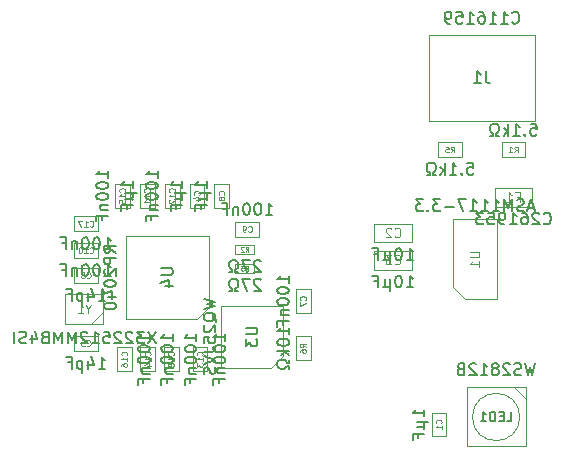
<source format=gbr>
%TF.GenerationSoftware,KiCad,Pcbnew,(6.0.8)*%
%TF.CreationDate,2022-10-11T12:28:16+11:00*%
%TF.ProjectId,PicoGamePad_V3_0_0_A,5069636f-4761-46d6-9550-61645f56335f,4.0.0 (Rev A)*%
%TF.SameCoordinates,Original*%
%TF.FileFunction,AssemblyDrawing,Bot*%
%FSLAX46Y46*%
G04 Gerber Fmt 4.6, Leading zero omitted, Abs format (unit mm)*
G04 Created by KiCad (PCBNEW (6.0.8)) date 2022-10-11 12:28:16*
%MOMM*%
%LPD*%
G01*
G04 APERTURE LIST*
%ADD10C,0.150000*%
%ADD11C,0.060000*%
%ADD12C,0.120000*%
%ADD13C,0.080000*%
%ADD14C,0.105000*%
%ADD15C,0.100000*%
G04 APERTURE END LIST*
D10*
%TO.C,R3*%
X132883333Y-75227619D02*
X132835714Y-75180000D01*
X132740476Y-75132380D01*
X132502380Y-75132380D01*
X132407142Y-75180000D01*
X132359523Y-75227619D01*
X132311904Y-75322857D01*
X132311904Y-75418095D01*
X132359523Y-75560952D01*
X132930952Y-76132380D01*
X132311904Y-76132380D01*
X131978571Y-75132380D02*
X131311904Y-75132380D01*
X131740476Y-76132380D01*
X130978571Y-76132380D02*
X130740476Y-76132380D01*
X130740476Y-75941904D01*
X130835714Y-75894285D01*
X130930952Y-75799047D01*
X130978571Y-75656190D01*
X130978571Y-75418095D01*
X130930952Y-75275238D01*
X130835714Y-75180000D01*
X130692857Y-75132380D01*
X130502380Y-75132380D01*
X130359523Y-75180000D01*
X130264285Y-75275238D01*
X130216666Y-75418095D01*
X130216666Y-75656190D01*
X130264285Y-75799047D01*
X130359523Y-75894285D01*
X130454761Y-75941904D01*
X130454761Y-76132380D01*
X130216666Y-76132380D01*
D11*
X131616666Y-74430952D02*
X131750000Y-74240476D01*
X131845238Y-74430952D02*
X131845238Y-74030952D01*
X131692857Y-74030952D01*
X131654761Y-74050000D01*
X131635714Y-74069047D01*
X131616666Y-74107142D01*
X131616666Y-74164285D01*
X131635714Y-74202380D01*
X131654761Y-74221428D01*
X131692857Y-74240476D01*
X131845238Y-74240476D01*
X131483333Y-74030952D02*
X131235714Y-74030952D01*
X131369047Y-74183333D01*
X131311904Y-74183333D01*
X131273809Y-74202380D01*
X131254761Y-74221428D01*
X131235714Y-74259523D01*
X131235714Y-74354761D01*
X131254761Y-74392857D01*
X131273809Y-74411904D01*
X131311904Y-74430952D01*
X131426190Y-74430952D01*
X131464285Y-74411904D01*
X131483333Y-74392857D01*
D10*
%TO.C,U1*%
X156050000Y-69116666D02*
X155573809Y-69116666D01*
X156145238Y-69402380D02*
X155811904Y-68402380D01*
X155478571Y-69402380D01*
X155192857Y-69354761D02*
X155050000Y-69402380D01*
X154811904Y-69402380D01*
X154716666Y-69354761D01*
X154669047Y-69307142D01*
X154621428Y-69211904D01*
X154621428Y-69116666D01*
X154669047Y-69021428D01*
X154716666Y-68973809D01*
X154811904Y-68926190D01*
X155002380Y-68878571D01*
X155097619Y-68830952D01*
X155145238Y-68783333D01*
X155192857Y-68688095D01*
X155192857Y-68592857D01*
X155145238Y-68497619D01*
X155097619Y-68450000D01*
X155002380Y-68402380D01*
X154764285Y-68402380D01*
X154621428Y-68450000D01*
X154192857Y-69402380D02*
X154192857Y-68402380D01*
X153859523Y-69116666D01*
X153526190Y-68402380D01*
X153526190Y-69402380D01*
X152526190Y-69402380D02*
X153097619Y-69402380D01*
X152811904Y-69402380D02*
X152811904Y-68402380D01*
X152907142Y-68545238D01*
X153002380Y-68640476D01*
X153097619Y-68688095D01*
X151573809Y-69402380D02*
X152145238Y-69402380D01*
X151859523Y-69402380D02*
X151859523Y-68402380D01*
X151954761Y-68545238D01*
X152050000Y-68640476D01*
X152145238Y-68688095D01*
X150621428Y-69402380D02*
X151192857Y-69402380D01*
X150907142Y-69402380D02*
X150907142Y-68402380D01*
X151002380Y-68545238D01*
X151097619Y-68640476D01*
X151192857Y-68688095D01*
X150288095Y-68402380D02*
X149621428Y-68402380D01*
X150050000Y-69402380D01*
X149240476Y-69021428D02*
X148478571Y-69021428D01*
X148097619Y-68402380D02*
X147478571Y-68402380D01*
X147811904Y-68783333D01*
X147669047Y-68783333D01*
X147573809Y-68830952D01*
X147526190Y-68878571D01*
X147478571Y-68973809D01*
X147478571Y-69211904D01*
X147526190Y-69307142D01*
X147573809Y-69354761D01*
X147669047Y-69402380D01*
X147954761Y-69402380D01*
X148050000Y-69354761D01*
X148097619Y-69307142D01*
X147050000Y-69307142D02*
X147002380Y-69354761D01*
X147050000Y-69402380D01*
X147097619Y-69354761D01*
X147050000Y-69307142D01*
X147050000Y-69402380D01*
X146669047Y-68402380D02*
X146050000Y-68402380D01*
X146383333Y-68783333D01*
X146240476Y-68783333D01*
X146145238Y-68830952D01*
X146097619Y-68878571D01*
X146050000Y-68973809D01*
X146050000Y-69211904D01*
X146097619Y-69307142D01*
X146145238Y-69354761D01*
X146240476Y-69402380D01*
X146526190Y-69402380D01*
X146621428Y-69354761D01*
X146669047Y-69307142D01*
D12*
X150611904Y-72840476D02*
X151259523Y-72840476D01*
X151335714Y-72878571D01*
X151373809Y-72916666D01*
X151411904Y-72992857D01*
X151411904Y-73145238D01*
X151373809Y-73221428D01*
X151335714Y-73259523D01*
X151259523Y-73297619D01*
X150611904Y-73297619D01*
X151411904Y-74097619D02*
X151411904Y-73640476D01*
X151411904Y-73869047D02*
X150611904Y-73869047D01*
X150726190Y-73792857D01*
X150802380Y-73716666D01*
X150840476Y-73640476D01*
D10*
%TO.C,R2*%
X132883333Y-73627619D02*
X132835714Y-73580000D01*
X132740476Y-73532380D01*
X132502380Y-73532380D01*
X132407142Y-73580000D01*
X132359523Y-73627619D01*
X132311904Y-73722857D01*
X132311904Y-73818095D01*
X132359523Y-73960952D01*
X132930952Y-74532380D01*
X132311904Y-74532380D01*
X131978571Y-73532380D02*
X131311904Y-73532380D01*
X131740476Y-74532380D01*
X130978571Y-74532380D02*
X130740476Y-74532380D01*
X130740476Y-74341904D01*
X130835714Y-74294285D01*
X130930952Y-74199047D01*
X130978571Y-74056190D01*
X130978571Y-73818095D01*
X130930952Y-73675238D01*
X130835714Y-73580000D01*
X130692857Y-73532380D01*
X130502380Y-73532380D01*
X130359523Y-73580000D01*
X130264285Y-73675238D01*
X130216666Y-73818095D01*
X130216666Y-74056190D01*
X130264285Y-74199047D01*
X130359523Y-74294285D01*
X130454761Y-74341904D01*
X130454761Y-74532380D01*
X130216666Y-74532380D01*
D11*
X131616666Y-72830952D02*
X131750000Y-72640476D01*
X131845238Y-72830952D02*
X131845238Y-72430952D01*
X131692857Y-72430952D01*
X131654761Y-72450000D01*
X131635714Y-72469047D01*
X131616666Y-72507142D01*
X131616666Y-72564285D01*
X131635714Y-72602380D01*
X131654761Y-72621428D01*
X131692857Y-72640476D01*
X131845238Y-72640476D01*
X131464285Y-72469047D02*
X131445238Y-72450000D01*
X131407142Y-72430952D01*
X131311904Y-72430952D01*
X131273809Y-72450000D01*
X131254761Y-72469047D01*
X131235714Y-72507142D01*
X131235714Y-72545238D01*
X131254761Y-72602380D01*
X131483333Y-72830952D01*
X131235714Y-72830952D01*
D10*
%TO.C,C7*%
X135272380Y-75452380D02*
X135272380Y-74880952D01*
X135272380Y-75166666D02*
X134272380Y-75166666D01*
X134415238Y-75071428D01*
X134510476Y-74976190D01*
X134558095Y-74880952D01*
X134272380Y-76071428D02*
X134272380Y-76166666D01*
X134320000Y-76261904D01*
X134367619Y-76309523D01*
X134462857Y-76357142D01*
X134653333Y-76404761D01*
X134891428Y-76404761D01*
X135081904Y-76357142D01*
X135177142Y-76309523D01*
X135224761Y-76261904D01*
X135272380Y-76166666D01*
X135272380Y-76071428D01*
X135224761Y-75976190D01*
X135177142Y-75928571D01*
X135081904Y-75880952D01*
X134891428Y-75833333D01*
X134653333Y-75833333D01*
X134462857Y-75880952D01*
X134367619Y-75928571D01*
X134320000Y-75976190D01*
X134272380Y-76071428D01*
X134272380Y-77023809D02*
X134272380Y-77119047D01*
X134320000Y-77214285D01*
X134367619Y-77261904D01*
X134462857Y-77309523D01*
X134653333Y-77357142D01*
X134891428Y-77357142D01*
X135081904Y-77309523D01*
X135177142Y-77261904D01*
X135224761Y-77214285D01*
X135272380Y-77119047D01*
X135272380Y-77023809D01*
X135224761Y-76928571D01*
X135177142Y-76880952D01*
X135081904Y-76833333D01*
X134891428Y-76785714D01*
X134653333Y-76785714D01*
X134462857Y-76833333D01*
X134367619Y-76880952D01*
X134320000Y-76928571D01*
X134272380Y-77023809D01*
X134605714Y-77785714D02*
X135272380Y-77785714D01*
X134700952Y-77785714D02*
X134653333Y-77833333D01*
X134605714Y-77928571D01*
X134605714Y-78071428D01*
X134653333Y-78166666D01*
X134748571Y-78214285D01*
X135272380Y-78214285D01*
X134748571Y-79023809D02*
X134748571Y-78690476D01*
X135272380Y-78690476D02*
X134272380Y-78690476D01*
X134272380Y-79166666D01*
D13*
X136678571Y-76916666D02*
X136702380Y-76892857D01*
X136726190Y-76821428D01*
X136726190Y-76773809D01*
X136702380Y-76702380D01*
X136654761Y-76654761D01*
X136607142Y-76630952D01*
X136511904Y-76607142D01*
X136440476Y-76607142D01*
X136345238Y-76630952D01*
X136297619Y-76654761D01*
X136250000Y-76702380D01*
X136226190Y-76773809D01*
X136226190Y-76821428D01*
X136250000Y-76892857D01*
X136273809Y-76916666D01*
X136226190Y-77083333D02*
X136226190Y-77416666D01*
X136726190Y-77202380D01*
D10*
%TO.C,U3*%
X128052381Y-76841690D02*
X129052381Y-77079786D01*
X128338096Y-77270262D01*
X129052381Y-77460738D01*
X128052381Y-77698833D01*
X129147620Y-78746452D02*
X129100001Y-78651214D01*
X129004762Y-78555976D01*
X128861905Y-78413119D01*
X128814286Y-78317881D01*
X128814286Y-78222643D01*
X129052381Y-78270262D02*
X129004762Y-78175024D01*
X128909524Y-78079786D01*
X128719048Y-78032167D01*
X128385715Y-78032167D01*
X128195239Y-78079786D01*
X128100001Y-78175024D01*
X128052381Y-78270262D01*
X128052381Y-78460738D01*
X128100001Y-78555976D01*
X128195239Y-78651214D01*
X128385715Y-78698833D01*
X128719048Y-78698833D01*
X128909524Y-78651214D01*
X129004762Y-78555976D01*
X129052381Y-78460738D01*
X129052381Y-78270262D01*
X128147620Y-79079786D02*
X128100001Y-79127405D01*
X128052381Y-79222643D01*
X128052381Y-79460738D01*
X128100001Y-79555976D01*
X128147620Y-79603595D01*
X128242858Y-79651214D01*
X128338096Y-79651214D01*
X128480953Y-79603595D01*
X129052381Y-79032167D01*
X129052381Y-79651214D01*
X128052381Y-80555976D02*
X128052381Y-80079786D01*
X128528572Y-80032167D01*
X128480953Y-80079786D01*
X128433334Y-80175024D01*
X128433334Y-80413119D01*
X128480953Y-80508357D01*
X128528572Y-80555976D01*
X128623810Y-80603595D01*
X128861905Y-80603595D01*
X128957143Y-80555976D01*
X129004762Y-80508357D01*
X129052381Y-80413119D01*
X129052381Y-80175024D01*
X129004762Y-80079786D01*
X128957143Y-80032167D01*
X128052381Y-81317881D02*
X128766667Y-81317881D01*
X128909524Y-81270262D01*
X129004762Y-81175024D01*
X129052381Y-81032167D01*
X129052381Y-80936928D01*
X128052381Y-81651214D02*
X129052381Y-81984547D01*
X128052381Y-82317881D01*
X129004762Y-82603595D02*
X129052381Y-82746452D01*
X129052381Y-82984547D01*
X129004762Y-83079786D01*
X128957143Y-83127405D01*
X128861905Y-83175024D01*
X128766667Y-83175024D01*
X128671429Y-83127405D01*
X128623810Y-83079786D01*
X128576191Y-82984547D01*
X128528572Y-82794071D01*
X128480953Y-82698833D01*
X128433334Y-82651214D01*
X128338096Y-82603595D01*
X128242858Y-82603595D01*
X128147620Y-82651214D01*
X128100001Y-82698833D01*
X128052381Y-82794071D01*
X128052381Y-83032167D01*
X128100001Y-83175024D01*
X131612381Y-79270262D02*
X132421905Y-79270262D01*
X132517143Y-79317881D01*
X132564762Y-79365500D01*
X132612381Y-79460738D01*
X132612381Y-79651214D01*
X132564762Y-79746452D01*
X132517143Y-79794071D01*
X132421905Y-79841690D01*
X131612381Y-79841690D01*
X131612381Y-80222643D02*
X131612381Y-80841690D01*
X131993334Y-80508357D01*
X131993334Y-80651214D01*
X132040953Y-80746452D01*
X132088572Y-80794071D01*
X132183810Y-80841690D01*
X132421905Y-80841690D01*
X132517143Y-80794071D01*
X132564762Y-80746452D01*
X132612381Y-80651214D01*
X132612381Y-80365500D01*
X132564762Y-80270262D01*
X132517143Y-80222643D01*
%TO.C,C14*%
X125472568Y-80384462D02*
X125472568Y-79813034D01*
X125472568Y-80098748D02*
X124472568Y-80098748D01*
X124615426Y-80003510D01*
X124710664Y-79908272D01*
X124758283Y-79813034D01*
X124472568Y-81003510D02*
X124472568Y-81098748D01*
X124520188Y-81193986D01*
X124567807Y-81241605D01*
X124663045Y-81289224D01*
X124853521Y-81336843D01*
X125091616Y-81336843D01*
X125282092Y-81289224D01*
X125377330Y-81241605D01*
X125424949Y-81193986D01*
X125472568Y-81098748D01*
X125472568Y-81003510D01*
X125424949Y-80908272D01*
X125377330Y-80860653D01*
X125282092Y-80813034D01*
X125091616Y-80765415D01*
X124853521Y-80765415D01*
X124663045Y-80813034D01*
X124567807Y-80860653D01*
X124520188Y-80908272D01*
X124472568Y-81003510D01*
X124472568Y-81955891D02*
X124472568Y-82051129D01*
X124520188Y-82146367D01*
X124567807Y-82193986D01*
X124663045Y-82241605D01*
X124853521Y-82289224D01*
X125091616Y-82289224D01*
X125282092Y-82241605D01*
X125377330Y-82193986D01*
X125424949Y-82146367D01*
X125472568Y-82051129D01*
X125472568Y-81955891D01*
X125424949Y-81860653D01*
X125377330Y-81813034D01*
X125282092Y-81765415D01*
X125091616Y-81717796D01*
X124853521Y-81717796D01*
X124663045Y-81765415D01*
X124567807Y-81813034D01*
X124520188Y-81860653D01*
X124472568Y-81955891D01*
X124805902Y-82717796D02*
X125472568Y-82717796D01*
X124901140Y-82717796D02*
X124853521Y-82765415D01*
X124805902Y-82860653D01*
X124805902Y-83003510D01*
X124853521Y-83098748D01*
X124948759Y-83146367D01*
X125472568Y-83146367D01*
X124948759Y-83955891D02*
X124948759Y-83622558D01*
X125472568Y-83622558D02*
X124472568Y-83622558D01*
X124472568Y-84098748D01*
D13*
X123518759Y-81610653D02*
X123542568Y-81586843D01*
X123566378Y-81515415D01*
X123566378Y-81467796D01*
X123542568Y-81396367D01*
X123494949Y-81348748D01*
X123447330Y-81324939D01*
X123352092Y-81301129D01*
X123280664Y-81301129D01*
X123185426Y-81324939D01*
X123137807Y-81348748D01*
X123090188Y-81396367D01*
X123066378Y-81467796D01*
X123066378Y-81515415D01*
X123090188Y-81586843D01*
X123113997Y-81610653D01*
X123566378Y-82086843D02*
X123566378Y-81801129D01*
X123566378Y-81943986D02*
X123066378Y-81943986D01*
X123137807Y-81896367D01*
X123185426Y-81848748D01*
X123209235Y-81801129D01*
X123233045Y-82515415D02*
X123566378Y-82515415D01*
X123042568Y-82396367D02*
X123399711Y-82277320D01*
X123399711Y-82586843D01*
D10*
%TO.C,C18*%
X127452467Y-80384462D02*
X127452467Y-79813034D01*
X127452467Y-80098748D02*
X126452467Y-80098748D01*
X126595325Y-80003510D01*
X126690563Y-79908272D01*
X126738182Y-79813034D01*
X126452467Y-81003510D02*
X126452467Y-81098748D01*
X126500087Y-81193986D01*
X126547706Y-81241605D01*
X126642944Y-81289224D01*
X126833420Y-81336843D01*
X127071515Y-81336843D01*
X127261991Y-81289224D01*
X127357229Y-81241605D01*
X127404848Y-81193986D01*
X127452467Y-81098748D01*
X127452467Y-81003510D01*
X127404848Y-80908272D01*
X127357229Y-80860653D01*
X127261991Y-80813034D01*
X127071515Y-80765415D01*
X126833420Y-80765415D01*
X126642944Y-80813034D01*
X126547706Y-80860653D01*
X126500087Y-80908272D01*
X126452467Y-81003510D01*
X126452467Y-81955891D02*
X126452467Y-82051129D01*
X126500087Y-82146367D01*
X126547706Y-82193986D01*
X126642944Y-82241605D01*
X126833420Y-82289224D01*
X127071515Y-82289224D01*
X127261991Y-82241605D01*
X127357229Y-82193986D01*
X127404848Y-82146367D01*
X127452467Y-82051129D01*
X127452467Y-81955891D01*
X127404848Y-81860653D01*
X127357229Y-81813034D01*
X127261991Y-81765415D01*
X127071515Y-81717796D01*
X126833420Y-81717796D01*
X126642944Y-81765415D01*
X126547706Y-81813034D01*
X126500087Y-81860653D01*
X126452467Y-81955891D01*
X126785801Y-82717796D02*
X127452467Y-82717796D01*
X126881039Y-82717796D02*
X126833420Y-82765415D01*
X126785801Y-82860653D01*
X126785801Y-83003510D01*
X126833420Y-83098748D01*
X126928658Y-83146367D01*
X127452467Y-83146367D01*
X126928658Y-83955891D02*
X126928658Y-83622558D01*
X127452467Y-83622558D02*
X126452467Y-83622558D01*
X126452467Y-84098748D01*
D13*
X125498658Y-81610653D02*
X125522467Y-81586843D01*
X125546277Y-81515415D01*
X125546277Y-81467796D01*
X125522467Y-81396367D01*
X125474848Y-81348748D01*
X125427229Y-81324939D01*
X125331991Y-81301129D01*
X125260563Y-81301129D01*
X125165325Y-81324939D01*
X125117706Y-81348748D01*
X125070087Y-81396367D01*
X125046277Y-81467796D01*
X125046277Y-81515415D01*
X125070087Y-81586843D01*
X125093896Y-81610653D01*
X125546277Y-82086843D02*
X125546277Y-81801129D01*
X125546277Y-81943986D02*
X125046277Y-81943986D01*
X125117706Y-81896367D01*
X125165325Y-81848748D01*
X125189134Y-81801129D01*
X125260563Y-82372558D02*
X125236753Y-82324939D01*
X125212944Y-82301129D01*
X125165325Y-82277320D01*
X125141515Y-82277320D01*
X125093896Y-82301129D01*
X125070087Y-82324939D01*
X125046277Y-82372558D01*
X125046277Y-82467796D01*
X125070087Y-82515415D01*
X125093896Y-82539224D01*
X125141515Y-82563034D01*
X125165325Y-82563034D01*
X125212944Y-82539224D01*
X125236753Y-82515415D01*
X125260563Y-82467796D01*
X125260563Y-82372558D01*
X125284372Y-82324939D01*
X125308182Y-82301129D01*
X125355801Y-82277320D01*
X125451039Y-82277320D01*
X125498658Y-82301129D01*
X125522467Y-82324939D01*
X125546277Y-82372558D01*
X125546277Y-82467796D01*
X125522467Y-82515415D01*
X125498658Y-82539224D01*
X125451039Y-82563034D01*
X125355801Y-82563034D01*
X125308182Y-82539224D01*
X125284372Y-82515415D01*
X125260563Y-82467796D01*
D10*
%TO.C,LED1*%
X156134523Y-82277380D02*
X155896428Y-83277380D01*
X155705952Y-82563095D01*
X155515476Y-83277380D01*
X155277380Y-82277380D01*
X154944047Y-83229761D02*
X154801190Y-83277380D01*
X154563095Y-83277380D01*
X154467857Y-83229761D01*
X154420238Y-83182142D01*
X154372619Y-83086904D01*
X154372619Y-82991666D01*
X154420238Y-82896428D01*
X154467857Y-82848809D01*
X154563095Y-82801190D01*
X154753571Y-82753571D01*
X154848809Y-82705952D01*
X154896428Y-82658333D01*
X154944047Y-82563095D01*
X154944047Y-82467857D01*
X154896428Y-82372619D01*
X154848809Y-82325000D01*
X154753571Y-82277380D01*
X154515476Y-82277380D01*
X154372619Y-82325000D01*
X153991666Y-82372619D02*
X153944047Y-82325000D01*
X153848809Y-82277380D01*
X153610714Y-82277380D01*
X153515476Y-82325000D01*
X153467857Y-82372619D01*
X153420238Y-82467857D01*
X153420238Y-82563095D01*
X153467857Y-82705952D01*
X154039285Y-83277380D01*
X153420238Y-83277380D01*
X152848809Y-82705952D02*
X152944047Y-82658333D01*
X152991666Y-82610714D01*
X153039285Y-82515476D01*
X153039285Y-82467857D01*
X152991666Y-82372619D01*
X152944047Y-82325000D01*
X152848809Y-82277380D01*
X152658333Y-82277380D01*
X152563095Y-82325000D01*
X152515476Y-82372619D01*
X152467857Y-82467857D01*
X152467857Y-82515476D01*
X152515476Y-82610714D01*
X152563095Y-82658333D01*
X152658333Y-82705952D01*
X152848809Y-82705952D01*
X152944047Y-82753571D01*
X152991666Y-82801190D01*
X153039285Y-82896428D01*
X153039285Y-83086904D01*
X152991666Y-83182142D01*
X152944047Y-83229761D01*
X152848809Y-83277380D01*
X152658333Y-83277380D01*
X152563095Y-83229761D01*
X152515476Y-83182142D01*
X152467857Y-83086904D01*
X152467857Y-82896428D01*
X152515476Y-82801190D01*
X152563095Y-82753571D01*
X152658333Y-82705952D01*
X151515476Y-83277380D02*
X152086904Y-83277380D01*
X151801190Y-83277380D02*
X151801190Y-82277380D01*
X151896428Y-82420238D01*
X151991666Y-82515476D01*
X152086904Y-82563095D01*
X151134523Y-82372619D02*
X151086904Y-82325000D01*
X150991666Y-82277380D01*
X150753571Y-82277380D01*
X150658333Y-82325000D01*
X150610714Y-82372619D01*
X150563095Y-82467857D01*
X150563095Y-82563095D01*
X150610714Y-82705952D01*
X151182142Y-83277380D01*
X150563095Y-83277380D01*
X149801190Y-82753571D02*
X149658333Y-82801190D01*
X149610714Y-82848809D01*
X149563095Y-82944047D01*
X149563095Y-83086904D01*
X149610714Y-83182142D01*
X149658333Y-83229761D01*
X149753571Y-83277380D01*
X150134523Y-83277380D01*
X150134523Y-82277380D01*
X149801190Y-82277380D01*
X149705952Y-82325000D01*
X149658333Y-82372619D01*
X149610714Y-82467857D01*
X149610714Y-82563095D01*
X149658333Y-82658333D01*
X149705952Y-82705952D01*
X149801190Y-82753571D01*
X150134523Y-82753571D01*
X153720238Y-87186904D02*
X154101190Y-87186904D01*
X154101190Y-86386904D01*
X153453571Y-86767857D02*
X153186904Y-86767857D01*
X153072619Y-87186904D02*
X153453571Y-87186904D01*
X153453571Y-86386904D01*
X153072619Y-86386904D01*
X152729761Y-87186904D02*
X152729761Y-86386904D01*
X152539285Y-86386904D01*
X152425000Y-86425000D01*
X152348809Y-86501190D01*
X152310714Y-86577380D01*
X152272619Y-86729761D01*
X152272619Y-86844047D01*
X152310714Y-86996428D01*
X152348809Y-87072619D01*
X152425000Y-87148809D01*
X152539285Y-87186904D01*
X152729761Y-87186904D01*
X151510714Y-87186904D02*
X151967857Y-87186904D01*
X151739285Y-87186904D02*
X151739285Y-86386904D01*
X151815476Y-86501190D01*
X151891666Y-86577380D01*
X151967857Y-86615476D01*
%TO.C,C11*%
X122072380Y-67433333D02*
X122072380Y-66861904D01*
X122072380Y-67147619D02*
X121072380Y-67147619D01*
X121215238Y-67052380D01*
X121310476Y-66957142D01*
X121358095Y-66861904D01*
X121405714Y-67861904D02*
X122405714Y-67861904D01*
X121929523Y-68338095D02*
X122024761Y-68385714D01*
X122072380Y-68480952D01*
X121929523Y-67861904D02*
X122024761Y-67909523D01*
X122072380Y-68004761D01*
X122072380Y-68195238D01*
X122024761Y-68290476D01*
X121929523Y-68338095D01*
X121405714Y-68338095D01*
X121548571Y-69242857D02*
X121548571Y-68909523D01*
X122072380Y-68909523D02*
X121072380Y-68909523D01*
X121072380Y-69385714D01*
D13*
X123478571Y-67778571D02*
X123502380Y-67754761D01*
X123526190Y-67683333D01*
X123526190Y-67635714D01*
X123502380Y-67564285D01*
X123454761Y-67516666D01*
X123407142Y-67492857D01*
X123311904Y-67469047D01*
X123240476Y-67469047D01*
X123145238Y-67492857D01*
X123097619Y-67516666D01*
X123050000Y-67564285D01*
X123026190Y-67635714D01*
X123026190Y-67683333D01*
X123050000Y-67754761D01*
X123073809Y-67778571D01*
X123526190Y-68254761D02*
X123526190Y-67969047D01*
X123526190Y-68111904D02*
X123026190Y-68111904D01*
X123097619Y-68064285D01*
X123145238Y-68016666D01*
X123169047Y-67969047D01*
X123526190Y-68730952D02*
X123526190Y-68445238D01*
X123526190Y-68588095D02*
X123026190Y-68588095D01*
X123097619Y-68540476D01*
X123145238Y-68492857D01*
X123169047Y-68445238D01*
D10*
%TO.C,C15*%
X119972380Y-66552380D02*
X119972380Y-65980952D01*
X119972380Y-66266666D02*
X118972380Y-66266666D01*
X119115238Y-66171428D01*
X119210476Y-66076190D01*
X119258095Y-65980952D01*
X118972380Y-67171428D02*
X118972380Y-67266666D01*
X119020000Y-67361904D01*
X119067619Y-67409523D01*
X119162857Y-67457142D01*
X119353333Y-67504761D01*
X119591428Y-67504761D01*
X119781904Y-67457142D01*
X119877142Y-67409523D01*
X119924761Y-67361904D01*
X119972380Y-67266666D01*
X119972380Y-67171428D01*
X119924761Y-67076190D01*
X119877142Y-67028571D01*
X119781904Y-66980952D01*
X119591428Y-66933333D01*
X119353333Y-66933333D01*
X119162857Y-66980952D01*
X119067619Y-67028571D01*
X119020000Y-67076190D01*
X118972380Y-67171428D01*
X118972380Y-68123809D02*
X118972380Y-68219047D01*
X119020000Y-68314285D01*
X119067619Y-68361904D01*
X119162857Y-68409523D01*
X119353333Y-68457142D01*
X119591428Y-68457142D01*
X119781904Y-68409523D01*
X119877142Y-68361904D01*
X119924761Y-68314285D01*
X119972380Y-68219047D01*
X119972380Y-68123809D01*
X119924761Y-68028571D01*
X119877142Y-67980952D01*
X119781904Y-67933333D01*
X119591428Y-67885714D01*
X119353333Y-67885714D01*
X119162857Y-67933333D01*
X119067619Y-67980952D01*
X119020000Y-68028571D01*
X118972380Y-68123809D01*
X119305714Y-68885714D02*
X119972380Y-68885714D01*
X119400952Y-68885714D02*
X119353333Y-68933333D01*
X119305714Y-69028571D01*
X119305714Y-69171428D01*
X119353333Y-69266666D01*
X119448571Y-69314285D01*
X119972380Y-69314285D01*
X119448571Y-70123809D02*
X119448571Y-69790476D01*
X119972380Y-69790476D02*
X118972380Y-69790476D01*
X118972380Y-70266666D01*
D13*
X121378571Y-67778571D02*
X121402380Y-67754761D01*
X121426190Y-67683333D01*
X121426190Y-67635714D01*
X121402380Y-67564285D01*
X121354761Y-67516666D01*
X121307142Y-67492857D01*
X121211904Y-67469047D01*
X121140476Y-67469047D01*
X121045238Y-67492857D01*
X120997619Y-67516666D01*
X120950000Y-67564285D01*
X120926190Y-67635714D01*
X120926190Y-67683333D01*
X120950000Y-67754761D01*
X120973809Y-67778571D01*
X121426190Y-68254761D02*
X121426190Y-67969047D01*
X121426190Y-68111904D02*
X120926190Y-68111904D01*
X120997619Y-68064285D01*
X121045238Y-68016666D01*
X121069047Y-67969047D01*
X120926190Y-68707142D02*
X120926190Y-68469047D01*
X121164285Y-68445238D01*
X121140476Y-68469047D01*
X121116666Y-68516666D01*
X121116666Y-68635714D01*
X121140476Y-68683333D01*
X121164285Y-68707142D01*
X121211904Y-68730952D01*
X121330952Y-68730952D01*
X121378571Y-68707142D01*
X121402380Y-68683333D01*
X121426190Y-68635714D01*
X121426190Y-68516666D01*
X121402380Y-68469047D01*
X121378571Y-68445238D01*
D10*
%TO.C,C6*%
X119171428Y-76972380D02*
X119742857Y-76972380D01*
X119457142Y-76972380D02*
X119457142Y-75972380D01*
X119552380Y-76115238D01*
X119647619Y-76210476D01*
X119742857Y-76258095D01*
X118314285Y-76305714D02*
X118314285Y-76972380D01*
X118552380Y-75924761D02*
X118790476Y-76639047D01*
X118171428Y-76639047D01*
X117790476Y-76305714D02*
X117790476Y-77305714D01*
X117790476Y-76353333D02*
X117695238Y-76305714D01*
X117504761Y-76305714D01*
X117409523Y-76353333D01*
X117361904Y-76400952D01*
X117314285Y-76496190D01*
X117314285Y-76781904D01*
X117361904Y-76877142D01*
X117409523Y-76924761D01*
X117504761Y-76972380D01*
X117695238Y-76972380D01*
X117790476Y-76924761D01*
X116552380Y-76448571D02*
X116885714Y-76448571D01*
X116885714Y-76972380D02*
X116885714Y-75972380D01*
X116409523Y-75972380D01*
D13*
X118183333Y-75018571D02*
X118207142Y-75042380D01*
X118278571Y-75066190D01*
X118326190Y-75066190D01*
X118397619Y-75042380D01*
X118445238Y-74994761D01*
X118469047Y-74947142D01*
X118492857Y-74851904D01*
X118492857Y-74780476D01*
X118469047Y-74685238D01*
X118445238Y-74637619D01*
X118397619Y-74590000D01*
X118326190Y-74566190D01*
X118278571Y-74566190D01*
X118207142Y-74590000D01*
X118183333Y-74613809D01*
X117754761Y-74566190D02*
X117850000Y-74566190D01*
X117897619Y-74590000D01*
X117921428Y-74613809D01*
X117969047Y-74685238D01*
X117992857Y-74780476D01*
X117992857Y-74970952D01*
X117969047Y-75018571D01*
X117945238Y-75042380D01*
X117897619Y-75066190D01*
X117802380Y-75066190D01*
X117754761Y-75042380D01*
X117730952Y-75018571D01*
X117707142Y-74970952D01*
X117707142Y-74851904D01*
X117730952Y-74804285D01*
X117754761Y-74780476D01*
X117802380Y-74756666D01*
X117897619Y-74756666D01*
X117945238Y-74780476D01*
X117969047Y-74804285D01*
X117992857Y-74851904D01*
D10*
%TO.C,Y1*%
X123989986Y-79591821D02*
X123323319Y-80591821D01*
X123323319Y-79591821D02*
X123989986Y-80591821D01*
X123037605Y-79591821D02*
X122418557Y-79591821D01*
X122751891Y-79972774D01*
X122609034Y-79972774D01*
X122513796Y-80020393D01*
X122466177Y-80068012D01*
X122418557Y-80163250D01*
X122418557Y-80401345D01*
X122466177Y-80496583D01*
X122513796Y-80544202D01*
X122609034Y-80591821D01*
X122894748Y-80591821D01*
X122989986Y-80544202D01*
X123037605Y-80496583D01*
X122037605Y-79687060D02*
X121989986Y-79639441D01*
X121894748Y-79591821D01*
X121656653Y-79591821D01*
X121561415Y-79639441D01*
X121513796Y-79687060D01*
X121466177Y-79782298D01*
X121466177Y-79877536D01*
X121513796Y-80020393D01*
X122085224Y-80591821D01*
X121466177Y-80591821D01*
X121085224Y-79687060D02*
X121037605Y-79639441D01*
X120942367Y-79591821D01*
X120704272Y-79591821D01*
X120609034Y-79639441D01*
X120561415Y-79687060D01*
X120513796Y-79782298D01*
X120513796Y-79877536D01*
X120561415Y-80020393D01*
X121132843Y-80591821D01*
X120513796Y-80591821D01*
X119609034Y-79591821D02*
X120085224Y-79591821D01*
X120132843Y-80068012D01*
X120085224Y-80020393D01*
X119989986Y-79972774D01*
X119751891Y-79972774D01*
X119656653Y-80020393D01*
X119609034Y-80068012D01*
X119561415Y-80163250D01*
X119561415Y-80401345D01*
X119609034Y-80496583D01*
X119656653Y-80544202D01*
X119751891Y-80591821D01*
X119989986Y-80591821D01*
X120085224Y-80544202D01*
X120132843Y-80496583D01*
X118609034Y-80591821D02*
X119180462Y-80591821D01*
X118894748Y-80591821D02*
X118894748Y-79591821D01*
X118989986Y-79734679D01*
X119085224Y-79829917D01*
X119180462Y-79877536D01*
X118228081Y-79687060D02*
X118180462Y-79639441D01*
X118085224Y-79591821D01*
X117847129Y-79591821D01*
X117751891Y-79639441D01*
X117704272Y-79687060D01*
X117656653Y-79782298D01*
X117656653Y-79877536D01*
X117704272Y-80020393D01*
X118275700Y-80591821D01*
X117656653Y-80591821D01*
X117228081Y-80591821D02*
X117228081Y-79591821D01*
X116894748Y-80306107D01*
X116561415Y-79591821D01*
X116561415Y-80591821D01*
X116085224Y-80591821D02*
X116085224Y-79591821D01*
X115751891Y-80306107D01*
X115418557Y-79591821D01*
X115418557Y-80591821D01*
X114609034Y-80068012D02*
X114466177Y-80115631D01*
X114418557Y-80163250D01*
X114370938Y-80258488D01*
X114370938Y-80401345D01*
X114418557Y-80496583D01*
X114466177Y-80544202D01*
X114561415Y-80591821D01*
X114942367Y-80591821D01*
X114942367Y-79591821D01*
X114609034Y-79591821D01*
X114513796Y-79639441D01*
X114466177Y-79687060D01*
X114418557Y-79782298D01*
X114418557Y-79877536D01*
X114466177Y-79972774D01*
X114513796Y-80020393D01*
X114609034Y-80068012D01*
X114942367Y-80068012D01*
X113513796Y-79925155D02*
X113513796Y-80591821D01*
X113751891Y-79544202D02*
X113989986Y-80258488D01*
X113370938Y-80258488D01*
X113037605Y-80544202D02*
X112894748Y-80591821D01*
X112656653Y-80591821D01*
X112561415Y-80544202D01*
X112513796Y-80496583D01*
X112466177Y-80401345D01*
X112466177Y-80306107D01*
X112513796Y-80210869D01*
X112561415Y-80163250D01*
X112656653Y-80115631D01*
X112847129Y-80068012D01*
X112942367Y-80020393D01*
X112989986Y-79972774D01*
X113037605Y-79877536D01*
X113037605Y-79782298D01*
X112989986Y-79687060D01*
X112942367Y-79639441D01*
X112847129Y-79591821D01*
X112609034Y-79591821D01*
X112466177Y-79639441D01*
X112037605Y-80591821D02*
X112037605Y-79591821D01*
D14*
X118299510Y-77672774D02*
X118299510Y-78006107D01*
X118532843Y-77306107D02*
X118299510Y-77672774D01*
X118066177Y-77306107D01*
X117466177Y-78006107D02*
X117866177Y-78006107D01*
X117666177Y-78006107D02*
X117666177Y-77306107D01*
X117732843Y-77406107D01*
X117799510Y-77472774D01*
X117866177Y-77506107D01*
D10*
%TO.C,C5*%
X119171428Y-82732380D02*
X119742857Y-82732380D01*
X119457142Y-82732380D02*
X119457142Y-81732380D01*
X119552380Y-81875238D01*
X119647619Y-81970476D01*
X119742857Y-82018095D01*
X118314285Y-82065714D02*
X118314285Y-82732380D01*
X118552380Y-81684761D02*
X118790476Y-82399047D01*
X118171428Y-82399047D01*
X117790476Y-82065714D02*
X117790476Y-83065714D01*
X117790476Y-82113333D02*
X117695238Y-82065714D01*
X117504761Y-82065714D01*
X117409523Y-82113333D01*
X117361904Y-82160952D01*
X117314285Y-82256190D01*
X117314285Y-82541904D01*
X117361904Y-82637142D01*
X117409523Y-82684761D01*
X117504761Y-82732380D01*
X117695238Y-82732380D01*
X117790476Y-82684761D01*
X116552380Y-82208571D02*
X116885714Y-82208571D01*
X116885714Y-82732380D02*
X116885714Y-81732380D01*
X116409523Y-81732380D01*
D13*
X118183333Y-80778571D02*
X118207142Y-80802380D01*
X118278571Y-80826190D01*
X118326190Y-80826190D01*
X118397619Y-80802380D01*
X118445238Y-80754761D01*
X118469047Y-80707142D01*
X118492857Y-80611904D01*
X118492857Y-80540476D01*
X118469047Y-80445238D01*
X118445238Y-80397619D01*
X118397619Y-80350000D01*
X118326190Y-80326190D01*
X118278571Y-80326190D01*
X118207142Y-80350000D01*
X118183333Y-80373809D01*
X117730952Y-80326190D02*
X117969047Y-80326190D01*
X117992857Y-80564285D01*
X117969047Y-80540476D01*
X117921428Y-80516666D01*
X117802380Y-80516666D01*
X117754761Y-80540476D01*
X117730952Y-80564285D01*
X117707142Y-80611904D01*
X117707142Y-80730952D01*
X117730952Y-80778571D01*
X117754761Y-80802380D01*
X117802380Y-80826190D01*
X117921428Y-80826190D01*
X117969047Y-80802380D01*
X117992857Y-80778571D01*
D10*
%TO.C,C9*%
X133307622Y-69704547D02*
X133879050Y-69704547D01*
X133593336Y-69704547D02*
X133593336Y-68704547D01*
X133688574Y-68847405D01*
X133783812Y-68942643D01*
X133879050Y-68990262D01*
X132688574Y-68704547D02*
X132593336Y-68704547D01*
X132498098Y-68752167D01*
X132450479Y-68799786D01*
X132402860Y-68895024D01*
X132355241Y-69085500D01*
X132355241Y-69323595D01*
X132402860Y-69514071D01*
X132450479Y-69609309D01*
X132498098Y-69656928D01*
X132593336Y-69704547D01*
X132688574Y-69704547D01*
X132783812Y-69656928D01*
X132831431Y-69609309D01*
X132879050Y-69514071D01*
X132926669Y-69323595D01*
X132926669Y-69085500D01*
X132879050Y-68895024D01*
X132831431Y-68799786D01*
X132783812Y-68752167D01*
X132688574Y-68704547D01*
X131736193Y-68704547D02*
X131640955Y-68704547D01*
X131545717Y-68752167D01*
X131498098Y-68799786D01*
X131450479Y-68895024D01*
X131402860Y-69085500D01*
X131402860Y-69323595D01*
X131450479Y-69514071D01*
X131498098Y-69609309D01*
X131545717Y-69656928D01*
X131640955Y-69704547D01*
X131736193Y-69704547D01*
X131831431Y-69656928D01*
X131879050Y-69609309D01*
X131926669Y-69514071D01*
X131974288Y-69323595D01*
X131974288Y-69085500D01*
X131926669Y-68895024D01*
X131879050Y-68799786D01*
X131831431Y-68752167D01*
X131736193Y-68704547D01*
X130974288Y-69037881D02*
X130974288Y-69704547D01*
X130974288Y-69133119D02*
X130926669Y-69085500D01*
X130831431Y-69037881D01*
X130688574Y-69037881D01*
X130593336Y-69085500D01*
X130545717Y-69180738D01*
X130545717Y-69704547D01*
X129736193Y-69180738D02*
X130069526Y-69180738D01*
X130069526Y-69704547D02*
X130069526Y-68704547D01*
X129593336Y-68704547D01*
D13*
X131843336Y-71110738D02*
X131867145Y-71134547D01*
X131938574Y-71158357D01*
X131986193Y-71158357D01*
X132057622Y-71134547D01*
X132105241Y-71086928D01*
X132129050Y-71039309D01*
X132152860Y-70944071D01*
X132152860Y-70872643D01*
X132129050Y-70777405D01*
X132105241Y-70729786D01*
X132057622Y-70682167D01*
X131986193Y-70658357D01*
X131938574Y-70658357D01*
X131867145Y-70682167D01*
X131843336Y-70705976D01*
X131605241Y-71158357D02*
X131510003Y-71158357D01*
X131462383Y-71134547D01*
X131438574Y-71110738D01*
X131390955Y-71039309D01*
X131367145Y-70944071D01*
X131367145Y-70753595D01*
X131390955Y-70705976D01*
X131414764Y-70682167D01*
X131462383Y-70658357D01*
X131557622Y-70658357D01*
X131605241Y-70682167D01*
X131629050Y-70705976D01*
X131652860Y-70753595D01*
X131652860Y-70872643D01*
X131629050Y-70920262D01*
X131605241Y-70944071D01*
X131557622Y-70967881D01*
X131462383Y-70967881D01*
X131414764Y-70944071D01*
X131390955Y-70920262D01*
X131367145Y-70872643D01*
D10*
%TO.C,R6*%
X135302380Y-79833333D02*
X135302380Y-79261904D01*
X135302380Y-79547619D02*
X134302380Y-79547619D01*
X134445238Y-79452380D01*
X134540476Y-79357142D01*
X134588095Y-79261904D01*
X134302380Y-80452380D02*
X134302380Y-80547619D01*
X134350000Y-80642857D01*
X134397619Y-80690476D01*
X134492857Y-80738095D01*
X134683333Y-80785714D01*
X134921428Y-80785714D01*
X135111904Y-80738095D01*
X135207142Y-80690476D01*
X135254761Y-80642857D01*
X135302380Y-80547619D01*
X135302380Y-80452380D01*
X135254761Y-80357142D01*
X135207142Y-80309523D01*
X135111904Y-80261904D01*
X134921428Y-80214285D01*
X134683333Y-80214285D01*
X134492857Y-80261904D01*
X134397619Y-80309523D01*
X134350000Y-80357142D01*
X134302380Y-80452380D01*
X135302380Y-81214285D02*
X134302380Y-81214285D01*
X134921428Y-81309523D02*
X135302380Y-81595238D01*
X134635714Y-81595238D02*
X135016666Y-81214285D01*
X135302380Y-81976190D02*
X135302380Y-82214285D01*
X135111904Y-82214285D01*
X135064285Y-82119047D01*
X134969047Y-82023809D01*
X134826190Y-81976190D01*
X134588095Y-81976190D01*
X134445238Y-82023809D01*
X134350000Y-82119047D01*
X134302380Y-82261904D01*
X134302380Y-82452380D01*
X134350000Y-82595238D01*
X134445238Y-82690476D01*
X134588095Y-82738095D01*
X134826190Y-82738095D01*
X134969047Y-82690476D01*
X135064285Y-82595238D01*
X135111904Y-82500000D01*
X135302380Y-82500000D01*
X135302380Y-82738095D01*
D13*
X136726190Y-80916666D02*
X136488095Y-80750000D01*
X136726190Y-80630952D02*
X136226190Y-80630952D01*
X136226190Y-80821428D01*
X136250000Y-80869047D01*
X136273809Y-80892857D01*
X136321428Y-80916666D01*
X136392857Y-80916666D01*
X136440476Y-80892857D01*
X136464285Y-80869047D01*
X136488095Y-80821428D01*
X136488095Y-80630952D01*
X136226190Y-81345238D02*
X136226190Y-81250000D01*
X136250000Y-81202380D01*
X136273809Y-81178571D01*
X136345238Y-81130952D01*
X136440476Y-81107142D01*
X136630952Y-81107142D01*
X136678571Y-81130952D01*
X136702380Y-81154761D01*
X136726190Y-81202380D01*
X136726190Y-81297619D01*
X136702380Y-81345238D01*
X136678571Y-81369047D01*
X136630952Y-81392857D01*
X136511904Y-81392857D01*
X136464285Y-81369047D01*
X136440476Y-81345238D01*
X136416666Y-81297619D01*
X136416666Y-81202380D01*
X136440476Y-81154761D01*
X136464285Y-81130952D01*
X136511904Y-81107142D01*
D10*
%TO.C,C3*%
X145242857Y-75852380D02*
X145814285Y-75852380D01*
X145528571Y-75852380D02*
X145528571Y-74852380D01*
X145623809Y-74995238D01*
X145719047Y-75090476D01*
X145814285Y-75138095D01*
X144623809Y-74852380D02*
X144528571Y-74852380D01*
X144433333Y-74900000D01*
X144385714Y-74947619D01*
X144338095Y-75042857D01*
X144290476Y-75233333D01*
X144290476Y-75471428D01*
X144338095Y-75661904D01*
X144385714Y-75757142D01*
X144433333Y-75804761D01*
X144528571Y-75852380D01*
X144623809Y-75852380D01*
X144719047Y-75804761D01*
X144766666Y-75757142D01*
X144814285Y-75661904D01*
X144861904Y-75471428D01*
X144861904Y-75233333D01*
X144814285Y-75042857D01*
X144766666Y-74947619D01*
X144719047Y-74900000D01*
X144623809Y-74852380D01*
X143861904Y-75185714D02*
X143861904Y-76185714D01*
X143385714Y-75709523D02*
X143338095Y-75804761D01*
X143242857Y-75852380D01*
X143861904Y-75709523D02*
X143814285Y-75804761D01*
X143719047Y-75852380D01*
X143528571Y-75852380D01*
X143433333Y-75804761D01*
X143385714Y-75709523D01*
X143385714Y-75185714D01*
X142480952Y-75328571D02*
X142814285Y-75328571D01*
X142814285Y-75852380D02*
X142814285Y-74852380D01*
X142338095Y-74852380D01*
D12*
X144233333Y-73835714D02*
X144271428Y-73873809D01*
X144385714Y-73911904D01*
X144461904Y-73911904D01*
X144576190Y-73873809D01*
X144652380Y-73797619D01*
X144690476Y-73721428D01*
X144728571Y-73569047D01*
X144728571Y-73454761D01*
X144690476Y-73302380D01*
X144652380Y-73226190D01*
X144576190Y-73150000D01*
X144461904Y-73111904D01*
X144385714Y-73111904D01*
X144271428Y-73150000D01*
X144233333Y-73188095D01*
X143966666Y-73111904D02*
X143471428Y-73111904D01*
X143738095Y-73416666D01*
X143623809Y-73416666D01*
X143547619Y-73454761D01*
X143509523Y-73492857D01*
X143471428Y-73569047D01*
X143471428Y-73759523D01*
X143509523Y-73835714D01*
X143547619Y-73873809D01*
X143623809Y-73911904D01*
X143852380Y-73911904D01*
X143928571Y-73873809D01*
X143966666Y-73835714D01*
D10*
%TO.C,C2*%
X145242857Y-73552380D02*
X145814285Y-73552380D01*
X145528571Y-73552380D02*
X145528571Y-72552380D01*
X145623809Y-72695238D01*
X145719047Y-72790476D01*
X145814285Y-72838095D01*
X144623809Y-72552380D02*
X144528571Y-72552380D01*
X144433333Y-72600000D01*
X144385714Y-72647619D01*
X144338095Y-72742857D01*
X144290476Y-72933333D01*
X144290476Y-73171428D01*
X144338095Y-73361904D01*
X144385714Y-73457142D01*
X144433333Y-73504761D01*
X144528571Y-73552380D01*
X144623809Y-73552380D01*
X144719047Y-73504761D01*
X144766666Y-73457142D01*
X144814285Y-73361904D01*
X144861904Y-73171428D01*
X144861904Y-72933333D01*
X144814285Y-72742857D01*
X144766666Y-72647619D01*
X144719047Y-72600000D01*
X144623809Y-72552380D01*
X143861904Y-72885714D02*
X143861904Y-73885714D01*
X143385714Y-73409523D02*
X143338095Y-73504761D01*
X143242857Y-73552380D01*
X143861904Y-73409523D02*
X143814285Y-73504761D01*
X143719047Y-73552380D01*
X143528571Y-73552380D01*
X143433333Y-73504761D01*
X143385714Y-73409523D01*
X143385714Y-72885714D01*
X142480952Y-73028571D02*
X142814285Y-73028571D01*
X142814285Y-73552380D02*
X142814285Y-72552380D01*
X142338095Y-72552380D01*
D12*
X144233333Y-71535714D02*
X144271428Y-71573809D01*
X144385714Y-71611904D01*
X144461904Y-71611904D01*
X144576190Y-71573809D01*
X144652380Y-71497619D01*
X144690476Y-71421428D01*
X144728571Y-71269047D01*
X144728571Y-71154761D01*
X144690476Y-71002380D01*
X144652380Y-70926190D01*
X144576190Y-70850000D01*
X144461904Y-70811904D01*
X144385714Y-70811904D01*
X144271428Y-70850000D01*
X144233333Y-70888095D01*
X143928571Y-70888095D02*
X143890476Y-70850000D01*
X143814285Y-70811904D01*
X143623809Y-70811904D01*
X143547619Y-70850000D01*
X143509523Y-70888095D01*
X143471428Y-70964285D01*
X143471428Y-71040476D01*
X143509523Y-71154761D01*
X143966666Y-71611904D01*
X143471428Y-71611904D01*
D10*
%TO.C,R5*%
X150377380Y-65302380D02*
X150853571Y-65302380D01*
X150901190Y-65778571D01*
X150853571Y-65730952D01*
X150758333Y-65683333D01*
X150520238Y-65683333D01*
X150425000Y-65730952D01*
X150377380Y-65778571D01*
X150329761Y-65873809D01*
X150329761Y-66111904D01*
X150377380Y-66207142D01*
X150425000Y-66254761D01*
X150520238Y-66302380D01*
X150758333Y-66302380D01*
X150853571Y-66254761D01*
X150901190Y-66207142D01*
X149901190Y-66207142D02*
X149853571Y-66254761D01*
X149901190Y-66302380D01*
X149948809Y-66254761D01*
X149901190Y-66207142D01*
X149901190Y-66302380D01*
X148901190Y-66302380D02*
X149472619Y-66302380D01*
X149186904Y-66302380D02*
X149186904Y-65302380D01*
X149282142Y-65445238D01*
X149377380Y-65540476D01*
X149472619Y-65588095D01*
X148472619Y-66302380D02*
X148472619Y-65302380D01*
X148377380Y-65921428D02*
X148091666Y-66302380D01*
X148091666Y-65635714D02*
X148472619Y-66016666D01*
X147710714Y-66302380D02*
X147472619Y-66302380D01*
X147472619Y-66111904D01*
X147567857Y-66064285D01*
X147663095Y-65969047D01*
X147710714Y-65826190D01*
X147710714Y-65588095D01*
X147663095Y-65445238D01*
X147567857Y-65350000D01*
X147425000Y-65302380D01*
X147234523Y-65302380D01*
X147091666Y-65350000D01*
X146996428Y-65445238D01*
X146948809Y-65588095D01*
X146948809Y-65826190D01*
X146996428Y-65969047D01*
X147091666Y-66064285D01*
X147186904Y-66111904D01*
X147186904Y-66302380D01*
X146948809Y-66302380D01*
D13*
X149008333Y-64426190D02*
X149175000Y-64188095D01*
X149294047Y-64426190D02*
X149294047Y-63926190D01*
X149103571Y-63926190D01*
X149055952Y-63950000D01*
X149032142Y-63973809D01*
X149008333Y-64021428D01*
X149008333Y-64092857D01*
X149032142Y-64140476D01*
X149055952Y-64164285D01*
X149103571Y-64188095D01*
X149294047Y-64188095D01*
X148555952Y-63926190D02*
X148794047Y-63926190D01*
X148817857Y-64164285D01*
X148794047Y-64140476D01*
X148746428Y-64116666D01*
X148627380Y-64116666D01*
X148579761Y-64140476D01*
X148555952Y-64164285D01*
X148532142Y-64211904D01*
X148532142Y-64330952D01*
X148555952Y-64378571D01*
X148579761Y-64402380D01*
X148627380Y-64426190D01*
X148746428Y-64426190D01*
X148794047Y-64402380D01*
X148817857Y-64378571D01*
D10*
%TO.C,C17*%
X119655217Y-72609332D02*
X120226645Y-72609332D01*
X119940931Y-72609332D02*
X119940931Y-71609332D01*
X120036169Y-71752190D01*
X120131407Y-71847428D01*
X120226645Y-71895047D01*
X119036169Y-71609332D02*
X118940931Y-71609332D01*
X118845693Y-71656952D01*
X118798074Y-71704571D01*
X118750455Y-71799809D01*
X118702836Y-71990285D01*
X118702836Y-72228380D01*
X118750455Y-72418856D01*
X118798074Y-72514094D01*
X118845693Y-72561713D01*
X118940931Y-72609332D01*
X119036169Y-72609332D01*
X119131407Y-72561713D01*
X119179026Y-72514094D01*
X119226645Y-72418856D01*
X119274264Y-72228380D01*
X119274264Y-71990285D01*
X119226645Y-71799809D01*
X119179026Y-71704571D01*
X119131407Y-71656952D01*
X119036169Y-71609332D01*
X118083788Y-71609332D02*
X117988550Y-71609332D01*
X117893312Y-71656952D01*
X117845693Y-71704571D01*
X117798074Y-71799809D01*
X117750455Y-71990285D01*
X117750455Y-72228380D01*
X117798074Y-72418856D01*
X117845693Y-72514094D01*
X117893312Y-72561713D01*
X117988550Y-72609332D01*
X118083788Y-72609332D01*
X118179026Y-72561713D01*
X118226645Y-72514094D01*
X118274264Y-72418856D01*
X118321883Y-72228380D01*
X118321883Y-71990285D01*
X118274264Y-71799809D01*
X118226645Y-71704571D01*
X118179026Y-71656952D01*
X118083788Y-71609332D01*
X117321883Y-71942666D02*
X117321883Y-72609332D01*
X117321883Y-72037904D02*
X117274264Y-71990285D01*
X117179026Y-71942666D01*
X117036169Y-71942666D01*
X116940931Y-71990285D01*
X116893312Y-72085523D01*
X116893312Y-72609332D01*
X116083788Y-72085523D02*
X116417121Y-72085523D01*
X116417121Y-72609332D02*
X116417121Y-71609332D01*
X115940931Y-71609332D01*
D13*
X118429026Y-70655523D02*
X118452836Y-70679332D01*
X118524264Y-70703142D01*
X118571883Y-70703142D01*
X118643312Y-70679332D01*
X118690931Y-70631713D01*
X118714740Y-70584094D01*
X118738550Y-70488856D01*
X118738550Y-70417428D01*
X118714740Y-70322190D01*
X118690931Y-70274571D01*
X118643312Y-70226952D01*
X118571883Y-70203142D01*
X118524264Y-70203142D01*
X118452836Y-70226952D01*
X118429026Y-70250761D01*
X117952836Y-70703142D02*
X118238550Y-70703142D01*
X118095693Y-70703142D02*
X118095693Y-70203142D01*
X118143312Y-70274571D01*
X118190931Y-70322190D01*
X118238550Y-70345999D01*
X117786169Y-70203142D02*
X117452836Y-70203142D01*
X117667121Y-70703142D01*
D10*
%TO.C,C1*%
X146762380Y-86783333D02*
X146762380Y-86211904D01*
X146762380Y-86497619D02*
X145762380Y-86497619D01*
X145905238Y-86402380D01*
X146000476Y-86307142D01*
X146048095Y-86211904D01*
X146095714Y-87211904D02*
X147095714Y-87211904D01*
X146619523Y-87688095D02*
X146714761Y-87735714D01*
X146762380Y-87830952D01*
X146619523Y-87211904D02*
X146714761Y-87259523D01*
X146762380Y-87354761D01*
X146762380Y-87545238D01*
X146714761Y-87640476D01*
X146619523Y-87688095D01*
X146095714Y-87688095D01*
X146238571Y-88592857D02*
X146238571Y-88259523D01*
X146762380Y-88259523D02*
X145762380Y-88259523D01*
X145762380Y-88735714D01*
D13*
X148168571Y-87366666D02*
X148192380Y-87342857D01*
X148216190Y-87271428D01*
X148216190Y-87223809D01*
X148192380Y-87152380D01*
X148144761Y-87104761D01*
X148097142Y-87080952D01*
X148001904Y-87057142D01*
X147930476Y-87057142D01*
X147835238Y-87080952D01*
X147787619Y-87104761D01*
X147740000Y-87152380D01*
X147716190Y-87223809D01*
X147716190Y-87271428D01*
X147740000Y-87342857D01*
X147763809Y-87366666D01*
X148216190Y-87842857D02*
X148216190Y-87557142D01*
X148216190Y-87700000D02*
X147716190Y-87700000D01*
X147787619Y-87652380D01*
X147835238Y-87604761D01*
X147859047Y-87557142D01*
D10*
%TO.C,C10*%
X119655217Y-74872074D02*
X120226645Y-74872074D01*
X119940931Y-74872074D02*
X119940931Y-73872074D01*
X120036169Y-74014932D01*
X120131407Y-74110170D01*
X120226645Y-74157789D01*
X119036169Y-73872074D02*
X118940931Y-73872074D01*
X118845693Y-73919694D01*
X118798074Y-73967313D01*
X118750455Y-74062551D01*
X118702836Y-74253027D01*
X118702836Y-74491122D01*
X118750455Y-74681598D01*
X118798074Y-74776836D01*
X118845693Y-74824455D01*
X118940931Y-74872074D01*
X119036169Y-74872074D01*
X119131407Y-74824455D01*
X119179026Y-74776836D01*
X119226645Y-74681598D01*
X119274264Y-74491122D01*
X119274264Y-74253027D01*
X119226645Y-74062551D01*
X119179026Y-73967313D01*
X119131407Y-73919694D01*
X119036169Y-73872074D01*
X118083788Y-73872074D02*
X117988550Y-73872074D01*
X117893312Y-73919694D01*
X117845693Y-73967313D01*
X117798074Y-74062551D01*
X117750455Y-74253027D01*
X117750455Y-74491122D01*
X117798074Y-74681598D01*
X117845693Y-74776836D01*
X117893312Y-74824455D01*
X117988550Y-74872074D01*
X118083788Y-74872074D01*
X118179026Y-74824455D01*
X118226645Y-74776836D01*
X118274264Y-74681598D01*
X118321883Y-74491122D01*
X118321883Y-74253027D01*
X118274264Y-74062551D01*
X118226645Y-73967313D01*
X118179026Y-73919694D01*
X118083788Y-73872074D01*
X117321883Y-74205408D02*
X117321883Y-74872074D01*
X117321883Y-74300646D02*
X117274264Y-74253027D01*
X117179026Y-74205408D01*
X117036169Y-74205408D01*
X116940931Y-74253027D01*
X116893312Y-74348265D01*
X116893312Y-74872074D01*
X116083788Y-74348265D02*
X116417121Y-74348265D01*
X116417121Y-74872074D02*
X116417121Y-73872074D01*
X115940931Y-73872074D01*
D13*
X118429026Y-72918265D02*
X118452836Y-72942074D01*
X118524264Y-72965884D01*
X118571883Y-72965884D01*
X118643312Y-72942074D01*
X118690931Y-72894455D01*
X118714740Y-72846836D01*
X118738550Y-72751598D01*
X118738550Y-72680170D01*
X118714740Y-72584932D01*
X118690931Y-72537313D01*
X118643312Y-72489694D01*
X118571883Y-72465884D01*
X118524264Y-72465884D01*
X118452836Y-72489694D01*
X118429026Y-72513503D01*
X117952836Y-72965884D02*
X118238550Y-72965884D01*
X118095693Y-72965884D02*
X118095693Y-72465884D01*
X118143312Y-72537313D01*
X118190931Y-72584932D01*
X118238550Y-72608741D01*
X117643312Y-72465884D02*
X117595693Y-72465884D01*
X117548074Y-72489694D01*
X117524264Y-72513503D01*
X117500455Y-72561122D01*
X117476645Y-72656360D01*
X117476645Y-72775408D01*
X117500455Y-72870646D01*
X117524264Y-72918265D01*
X117548074Y-72942074D01*
X117595693Y-72965884D01*
X117643312Y-72965884D01*
X117690931Y-72942074D01*
X117714740Y-72918265D01*
X117738550Y-72870646D01*
X117762359Y-72775408D01*
X117762359Y-72656360D01*
X117738550Y-72561122D01*
X117714740Y-72513503D01*
X117690931Y-72489694D01*
X117643312Y-72465884D01*
D10*
%TO.C,U4*%
X120632380Y-72904761D02*
X120156190Y-72571428D01*
X120632380Y-72333333D02*
X119632380Y-72333333D01*
X119632380Y-72714285D01*
X119680000Y-72809523D01*
X119727619Y-72857142D01*
X119822857Y-72904761D01*
X119965714Y-72904761D01*
X120060952Y-72857142D01*
X120108571Y-72809523D01*
X120156190Y-72714285D01*
X120156190Y-72333333D01*
X120632380Y-73333333D02*
X119632380Y-73333333D01*
X119632380Y-73714285D01*
X119680000Y-73809523D01*
X119727619Y-73857142D01*
X119822857Y-73904761D01*
X119965714Y-73904761D01*
X120060952Y-73857142D01*
X120108571Y-73809523D01*
X120156190Y-73714285D01*
X120156190Y-73333333D01*
X119727619Y-74285714D02*
X119680000Y-74333333D01*
X119632380Y-74428571D01*
X119632380Y-74666666D01*
X119680000Y-74761904D01*
X119727619Y-74809523D01*
X119822857Y-74857142D01*
X119918095Y-74857142D01*
X120060952Y-74809523D01*
X120632380Y-74238095D01*
X120632380Y-74857142D01*
X119632380Y-75476190D02*
X119632380Y-75571428D01*
X119680000Y-75666666D01*
X119727619Y-75714285D01*
X119822857Y-75761904D01*
X120013333Y-75809523D01*
X120251428Y-75809523D01*
X120441904Y-75761904D01*
X120537142Y-75714285D01*
X120584761Y-75666666D01*
X120632380Y-75571428D01*
X120632380Y-75476190D01*
X120584761Y-75380952D01*
X120537142Y-75333333D01*
X120441904Y-75285714D01*
X120251428Y-75238095D01*
X120013333Y-75238095D01*
X119822857Y-75285714D01*
X119727619Y-75333333D01*
X119680000Y-75380952D01*
X119632380Y-75476190D01*
X119965714Y-76666666D02*
X120632380Y-76666666D01*
X119584761Y-76428571D02*
X120299047Y-76190476D01*
X120299047Y-76809523D01*
X119632380Y-77380952D02*
X119632380Y-77476190D01*
X119680000Y-77571428D01*
X119727619Y-77619047D01*
X119822857Y-77666666D01*
X120013333Y-77714285D01*
X120251428Y-77714285D01*
X120441904Y-77666666D01*
X120537142Y-77619047D01*
X120584761Y-77571428D01*
X120632380Y-77476190D01*
X120632380Y-77380952D01*
X120584761Y-77285714D01*
X120537142Y-77238095D01*
X120441904Y-77190476D01*
X120251428Y-77142857D01*
X120013333Y-77142857D01*
X119822857Y-77190476D01*
X119727619Y-77238095D01*
X119680000Y-77285714D01*
X119632380Y-77380952D01*
X124452380Y-74238095D02*
X125261904Y-74238095D01*
X125357142Y-74285714D01*
X125404761Y-74333333D01*
X125452380Y-74428571D01*
X125452380Y-74619047D01*
X125404761Y-74714285D01*
X125357142Y-74761904D01*
X125261904Y-74809523D01*
X124452380Y-74809523D01*
X124785714Y-75714285D02*
X125452380Y-75714285D01*
X124404761Y-75476190D02*
X125119047Y-75238095D01*
X125119047Y-75857142D01*
%TO.C,J1*%
X154172619Y-53417142D02*
X154220238Y-53464761D01*
X154363095Y-53512380D01*
X154458333Y-53512380D01*
X154601190Y-53464761D01*
X154696428Y-53369523D01*
X154744047Y-53274285D01*
X154791666Y-53083809D01*
X154791666Y-52940952D01*
X154744047Y-52750476D01*
X154696428Y-52655238D01*
X154601190Y-52560000D01*
X154458333Y-52512380D01*
X154363095Y-52512380D01*
X154220238Y-52560000D01*
X154172619Y-52607619D01*
X153220238Y-53512380D02*
X153791666Y-53512380D01*
X153505952Y-53512380D02*
X153505952Y-52512380D01*
X153601190Y-52655238D01*
X153696428Y-52750476D01*
X153791666Y-52798095D01*
X152267857Y-53512380D02*
X152839285Y-53512380D01*
X152553571Y-53512380D02*
X152553571Y-52512380D01*
X152648809Y-52655238D01*
X152744047Y-52750476D01*
X152839285Y-52798095D01*
X151410714Y-52512380D02*
X151601190Y-52512380D01*
X151696428Y-52560000D01*
X151744047Y-52607619D01*
X151839285Y-52750476D01*
X151886904Y-52940952D01*
X151886904Y-53321904D01*
X151839285Y-53417142D01*
X151791666Y-53464761D01*
X151696428Y-53512380D01*
X151505952Y-53512380D01*
X151410714Y-53464761D01*
X151363095Y-53417142D01*
X151315476Y-53321904D01*
X151315476Y-53083809D01*
X151363095Y-52988571D01*
X151410714Y-52940952D01*
X151505952Y-52893333D01*
X151696428Y-52893333D01*
X151791666Y-52940952D01*
X151839285Y-52988571D01*
X151886904Y-53083809D01*
X150363095Y-53512380D02*
X150934523Y-53512380D01*
X150648809Y-53512380D02*
X150648809Y-52512380D01*
X150744047Y-52655238D01*
X150839285Y-52750476D01*
X150934523Y-52798095D01*
X149458333Y-52512380D02*
X149934523Y-52512380D01*
X149982142Y-52988571D01*
X149934523Y-52940952D01*
X149839285Y-52893333D01*
X149601190Y-52893333D01*
X149505952Y-52940952D01*
X149458333Y-52988571D01*
X149410714Y-53083809D01*
X149410714Y-53321904D01*
X149458333Y-53417142D01*
X149505952Y-53464761D01*
X149601190Y-53512380D01*
X149839285Y-53512380D01*
X149934523Y-53464761D01*
X149982142Y-53417142D01*
X148934523Y-53512380D02*
X148744047Y-53512380D01*
X148648809Y-53464761D01*
X148601190Y-53417142D01*
X148505952Y-53274285D01*
X148458333Y-53083809D01*
X148458333Y-52702857D01*
X148505952Y-52607619D01*
X148553571Y-52560000D01*
X148648809Y-52512380D01*
X148839285Y-52512380D01*
X148934523Y-52560000D01*
X148982142Y-52607619D01*
X149029761Y-52702857D01*
X149029761Y-52940952D01*
X148982142Y-53036190D01*
X148934523Y-53083809D01*
X148839285Y-53131428D01*
X148648809Y-53131428D01*
X148553571Y-53083809D01*
X148505952Y-53036190D01*
X148458333Y-52940952D01*
X151958333Y-57572380D02*
X151958333Y-58286666D01*
X152005952Y-58429523D01*
X152101190Y-58524761D01*
X152244047Y-58572380D01*
X152339285Y-58572380D01*
X150958333Y-58572380D02*
X151529761Y-58572380D01*
X151244047Y-58572380D02*
X151244047Y-57572380D01*
X151339285Y-57715238D01*
X151434523Y-57810476D01*
X151529761Y-57858095D01*
%TO.C,F1*%
X156847619Y-70427142D02*
X156895238Y-70474761D01*
X157038095Y-70522380D01*
X157133333Y-70522380D01*
X157276190Y-70474761D01*
X157371428Y-70379523D01*
X157419047Y-70284285D01*
X157466666Y-70093809D01*
X157466666Y-69950952D01*
X157419047Y-69760476D01*
X157371428Y-69665238D01*
X157276190Y-69570000D01*
X157133333Y-69522380D01*
X157038095Y-69522380D01*
X156895238Y-69570000D01*
X156847619Y-69617619D01*
X156466666Y-69617619D02*
X156419047Y-69570000D01*
X156323809Y-69522380D01*
X156085714Y-69522380D01*
X155990476Y-69570000D01*
X155942857Y-69617619D01*
X155895238Y-69712857D01*
X155895238Y-69808095D01*
X155942857Y-69950952D01*
X156514285Y-70522380D01*
X155895238Y-70522380D01*
X155038095Y-69522380D02*
X155228571Y-69522380D01*
X155323809Y-69570000D01*
X155371428Y-69617619D01*
X155466666Y-69760476D01*
X155514285Y-69950952D01*
X155514285Y-70331904D01*
X155466666Y-70427142D01*
X155419047Y-70474761D01*
X155323809Y-70522380D01*
X155133333Y-70522380D01*
X155038095Y-70474761D01*
X154990476Y-70427142D01*
X154942857Y-70331904D01*
X154942857Y-70093809D01*
X154990476Y-69998571D01*
X155038095Y-69950952D01*
X155133333Y-69903333D01*
X155323809Y-69903333D01*
X155419047Y-69950952D01*
X155466666Y-69998571D01*
X155514285Y-70093809D01*
X153990476Y-70522380D02*
X154561904Y-70522380D01*
X154276190Y-70522380D02*
X154276190Y-69522380D01*
X154371428Y-69665238D01*
X154466666Y-69760476D01*
X154561904Y-69808095D01*
X153514285Y-70522380D02*
X153323809Y-70522380D01*
X153228571Y-70474761D01*
X153180952Y-70427142D01*
X153085714Y-70284285D01*
X153038095Y-70093809D01*
X153038095Y-69712857D01*
X153085714Y-69617619D01*
X153133333Y-69570000D01*
X153228571Y-69522380D01*
X153419047Y-69522380D01*
X153514285Y-69570000D01*
X153561904Y-69617619D01*
X153609523Y-69712857D01*
X153609523Y-69950952D01*
X153561904Y-70046190D01*
X153514285Y-70093809D01*
X153419047Y-70141428D01*
X153228571Y-70141428D01*
X153133333Y-70093809D01*
X153085714Y-70046190D01*
X153038095Y-69950952D01*
X152133333Y-69522380D02*
X152609523Y-69522380D01*
X152657142Y-69998571D01*
X152609523Y-69950952D01*
X152514285Y-69903333D01*
X152276190Y-69903333D01*
X152180952Y-69950952D01*
X152133333Y-69998571D01*
X152085714Y-70093809D01*
X152085714Y-70331904D01*
X152133333Y-70427142D01*
X152180952Y-70474761D01*
X152276190Y-70522380D01*
X152514285Y-70522380D01*
X152609523Y-70474761D01*
X152657142Y-70427142D01*
X151752380Y-69522380D02*
X151133333Y-69522380D01*
X151466666Y-69903333D01*
X151323809Y-69903333D01*
X151228571Y-69950952D01*
X151180952Y-69998571D01*
X151133333Y-70093809D01*
X151133333Y-70331904D01*
X151180952Y-70427142D01*
X151228571Y-70474761D01*
X151323809Y-70522380D01*
X151609523Y-70522380D01*
X151704761Y-70474761D01*
X151752380Y-70427142D01*
D12*
X154566666Y-68192857D02*
X154833333Y-68192857D01*
X154833333Y-68611904D02*
X154833333Y-67811904D01*
X154452380Y-67811904D01*
X153728571Y-68611904D02*
X154185714Y-68611904D01*
X153957142Y-68611904D02*
X153957142Y-67811904D01*
X154033333Y-67926190D01*
X154109523Y-68002380D01*
X154185714Y-68040476D01*
D10*
%TO.C,R1*%
X155742380Y-62002380D02*
X156218571Y-62002380D01*
X156266190Y-62478571D01*
X156218571Y-62430952D01*
X156123333Y-62383333D01*
X155885238Y-62383333D01*
X155790000Y-62430952D01*
X155742380Y-62478571D01*
X155694761Y-62573809D01*
X155694761Y-62811904D01*
X155742380Y-62907142D01*
X155790000Y-62954761D01*
X155885238Y-63002380D01*
X156123333Y-63002380D01*
X156218571Y-62954761D01*
X156266190Y-62907142D01*
X155266190Y-62907142D02*
X155218571Y-62954761D01*
X155266190Y-63002380D01*
X155313809Y-62954761D01*
X155266190Y-62907142D01*
X155266190Y-63002380D01*
X154266190Y-63002380D02*
X154837619Y-63002380D01*
X154551904Y-63002380D02*
X154551904Y-62002380D01*
X154647142Y-62145238D01*
X154742380Y-62240476D01*
X154837619Y-62288095D01*
X153837619Y-63002380D02*
X153837619Y-62002380D01*
X153742380Y-62621428D02*
X153456666Y-63002380D01*
X153456666Y-62335714D02*
X153837619Y-62716666D01*
X153075714Y-63002380D02*
X152837619Y-63002380D01*
X152837619Y-62811904D01*
X152932857Y-62764285D01*
X153028095Y-62669047D01*
X153075714Y-62526190D01*
X153075714Y-62288095D01*
X153028095Y-62145238D01*
X152932857Y-62050000D01*
X152790000Y-62002380D01*
X152599523Y-62002380D01*
X152456666Y-62050000D01*
X152361428Y-62145238D01*
X152313809Y-62288095D01*
X152313809Y-62526190D01*
X152361428Y-62669047D01*
X152456666Y-62764285D01*
X152551904Y-62811904D01*
X152551904Y-63002380D01*
X152313809Y-63002380D01*
D13*
X154373333Y-64426190D02*
X154540000Y-64188095D01*
X154659047Y-64426190D02*
X154659047Y-63926190D01*
X154468571Y-63926190D01*
X154420952Y-63950000D01*
X154397142Y-63973809D01*
X154373333Y-64021428D01*
X154373333Y-64092857D01*
X154397142Y-64140476D01*
X154420952Y-64164285D01*
X154468571Y-64188095D01*
X154659047Y-64188095D01*
X153897142Y-64426190D02*
X154182857Y-64426190D01*
X154040000Y-64426190D02*
X154040000Y-63926190D01*
X154087619Y-63997619D01*
X154135238Y-64045238D01*
X154182857Y-64069047D01*
D10*
%TO.C,C12*%
X124172380Y-66552380D02*
X124172380Y-65980952D01*
X124172380Y-66266666D02*
X123172380Y-66266666D01*
X123315238Y-66171428D01*
X123410476Y-66076190D01*
X123458095Y-65980952D01*
X123172380Y-67171428D02*
X123172380Y-67266666D01*
X123220000Y-67361904D01*
X123267619Y-67409523D01*
X123362857Y-67457142D01*
X123553333Y-67504761D01*
X123791428Y-67504761D01*
X123981904Y-67457142D01*
X124077142Y-67409523D01*
X124124761Y-67361904D01*
X124172380Y-67266666D01*
X124172380Y-67171428D01*
X124124761Y-67076190D01*
X124077142Y-67028571D01*
X123981904Y-66980952D01*
X123791428Y-66933333D01*
X123553333Y-66933333D01*
X123362857Y-66980952D01*
X123267619Y-67028571D01*
X123220000Y-67076190D01*
X123172380Y-67171428D01*
X123172380Y-68123809D02*
X123172380Y-68219047D01*
X123220000Y-68314285D01*
X123267619Y-68361904D01*
X123362857Y-68409523D01*
X123553333Y-68457142D01*
X123791428Y-68457142D01*
X123981904Y-68409523D01*
X124077142Y-68361904D01*
X124124761Y-68314285D01*
X124172380Y-68219047D01*
X124172380Y-68123809D01*
X124124761Y-68028571D01*
X124077142Y-67980952D01*
X123981904Y-67933333D01*
X123791428Y-67885714D01*
X123553333Y-67885714D01*
X123362857Y-67933333D01*
X123267619Y-67980952D01*
X123220000Y-68028571D01*
X123172380Y-68123809D01*
X123505714Y-68885714D02*
X124172380Y-68885714D01*
X123600952Y-68885714D02*
X123553333Y-68933333D01*
X123505714Y-69028571D01*
X123505714Y-69171428D01*
X123553333Y-69266666D01*
X123648571Y-69314285D01*
X124172380Y-69314285D01*
X123648571Y-70123809D02*
X123648571Y-69790476D01*
X124172380Y-69790476D02*
X123172380Y-69790476D01*
X123172380Y-70266666D01*
D13*
X125578571Y-67778571D02*
X125602380Y-67754761D01*
X125626190Y-67683333D01*
X125626190Y-67635714D01*
X125602380Y-67564285D01*
X125554761Y-67516666D01*
X125507142Y-67492857D01*
X125411904Y-67469047D01*
X125340476Y-67469047D01*
X125245238Y-67492857D01*
X125197619Y-67516666D01*
X125150000Y-67564285D01*
X125126190Y-67635714D01*
X125126190Y-67683333D01*
X125150000Y-67754761D01*
X125173809Y-67778571D01*
X125626190Y-68254761D02*
X125626190Y-67969047D01*
X125626190Y-68111904D02*
X125126190Y-68111904D01*
X125197619Y-68064285D01*
X125245238Y-68016666D01*
X125269047Y-67969047D01*
X125173809Y-68445238D02*
X125150000Y-68469047D01*
X125126190Y-68516666D01*
X125126190Y-68635714D01*
X125150000Y-68683333D01*
X125173809Y-68707142D01*
X125221428Y-68730952D01*
X125269047Y-68730952D01*
X125340476Y-68707142D01*
X125626190Y-68421428D01*
X125626190Y-68730952D01*
D10*
%TO.C,C13*%
X129892383Y-80382065D02*
X129892383Y-79810637D01*
X129892383Y-80096351D02*
X128892383Y-80096351D01*
X129035241Y-80001113D01*
X129130479Y-79905875D01*
X129178098Y-79810637D01*
X128892383Y-81001113D02*
X128892383Y-81096351D01*
X128940003Y-81191589D01*
X128987622Y-81239208D01*
X129082860Y-81286827D01*
X129273336Y-81334446D01*
X129511431Y-81334446D01*
X129701907Y-81286827D01*
X129797145Y-81239208D01*
X129844764Y-81191589D01*
X129892383Y-81096351D01*
X129892383Y-81001113D01*
X129844764Y-80905875D01*
X129797145Y-80858256D01*
X129701907Y-80810637D01*
X129511431Y-80763018D01*
X129273336Y-80763018D01*
X129082860Y-80810637D01*
X128987622Y-80858256D01*
X128940003Y-80905875D01*
X128892383Y-81001113D01*
X128892383Y-81953494D02*
X128892383Y-82048732D01*
X128940003Y-82143970D01*
X128987622Y-82191589D01*
X129082860Y-82239208D01*
X129273336Y-82286827D01*
X129511431Y-82286827D01*
X129701907Y-82239208D01*
X129797145Y-82191589D01*
X129844764Y-82143970D01*
X129892383Y-82048732D01*
X129892383Y-81953494D01*
X129844764Y-81858256D01*
X129797145Y-81810637D01*
X129701907Y-81763018D01*
X129511431Y-81715399D01*
X129273336Y-81715399D01*
X129082860Y-81763018D01*
X128987622Y-81810637D01*
X128940003Y-81858256D01*
X128892383Y-81953494D01*
X129225717Y-82715399D02*
X129892383Y-82715399D01*
X129320955Y-82715399D02*
X129273336Y-82763018D01*
X129225717Y-82858256D01*
X129225717Y-83001113D01*
X129273336Y-83096351D01*
X129368574Y-83143970D01*
X129892383Y-83143970D01*
X129368574Y-83953494D02*
X129368574Y-83620161D01*
X129892383Y-83620161D02*
X128892383Y-83620161D01*
X128892383Y-84096351D01*
D13*
X127938574Y-81608256D02*
X127962383Y-81584446D01*
X127986193Y-81513018D01*
X127986193Y-81465399D01*
X127962383Y-81393970D01*
X127914764Y-81346351D01*
X127867145Y-81322542D01*
X127771907Y-81298732D01*
X127700479Y-81298732D01*
X127605241Y-81322542D01*
X127557622Y-81346351D01*
X127510003Y-81393970D01*
X127486193Y-81465399D01*
X127486193Y-81513018D01*
X127510003Y-81584446D01*
X127533812Y-81608256D01*
X127986193Y-82084446D02*
X127986193Y-81798732D01*
X127986193Y-81941589D02*
X127486193Y-81941589D01*
X127557622Y-81893970D01*
X127605241Y-81846351D01*
X127629050Y-81798732D01*
X127486193Y-82251113D02*
X127486193Y-82560637D01*
X127676669Y-82393970D01*
X127676669Y-82465399D01*
X127700479Y-82513018D01*
X127724288Y-82536827D01*
X127771907Y-82560637D01*
X127890955Y-82560637D01*
X127938574Y-82536827D01*
X127962383Y-82513018D01*
X127986193Y-82465399D01*
X127986193Y-82322542D01*
X127962383Y-82274923D01*
X127938574Y-82251113D01*
D10*
%TO.C,C16*%
X123492669Y-80384462D02*
X123492669Y-79813034D01*
X123492669Y-80098748D02*
X122492669Y-80098748D01*
X122635527Y-80003510D01*
X122730765Y-79908272D01*
X122778384Y-79813034D01*
X122492669Y-81003510D02*
X122492669Y-81098748D01*
X122540289Y-81193986D01*
X122587908Y-81241605D01*
X122683146Y-81289224D01*
X122873622Y-81336843D01*
X123111717Y-81336843D01*
X123302193Y-81289224D01*
X123397431Y-81241605D01*
X123445050Y-81193986D01*
X123492669Y-81098748D01*
X123492669Y-81003510D01*
X123445050Y-80908272D01*
X123397431Y-80860653D01*
X123302193Y-80813034D01*
X123111717Y-80765415D01*
X122873622Y-80765415D01*
X122683146Y-80813034D01*
X122587908Y-80860653D01*
X122540289Y-80908272D01*
X122492669Y-81003510D01*
X122492669Y-81955891D02*
X122492669Y-82051129D01*
X122540289Y-82146367D01*
X122587908Y-82193986D01*
X122683146Y-82241605D01*
X122873622Y-82289224D01*
X123111717Y-82289224D01*
X123302193Y-82241605D01*
X123397431Y-82193986D01*
X123445050Y-82146367D01*
X123492669Y-82051129D01*
X123492669Y-81955891D01*
X123445050Y-81860653D01*
X123397431Y-81813034D01*
X123302193Y-81765415D01*
X123111717Y-81717796D01*
X122873622Y-81717796D01*
X122683146Y-81765415D01*
X122587908Y-81813034D01*
X122540289Y-81860653D01*
X122492669Y-81955891D01*
X122826003Y-82717796D02*
X123492669Y-82717796D01*
X122921241Y-82717796D02*
X122873622Y-82765415D01*
X122826003Y-82860653D01*
X122826003Y-83003510D01*
X122873622Y-83098748D01*
X122968860Y-83146367D01*
X123492669Y-83146367D01*
X122968860Y-83955891D02*
X122968860Y-83622558D01*
X123492669Y-83622558D02*
X122492669Y-83622558D01*
X122492669Y-84098748D01*
D13*
X121538860Y-81610653D02*
X121562669Y-81586843D01*
X121586479Y-81515415D01*
X121586479Y-81467796D01*
X121562669Y-81396367D01*
X121515050Y-81348748D01*
X121467431Y-81324939D01*
X121372193Y-81301129D01*
X121300765Y-81301129D01*
X121205527Y-81324939D01*
X121157908Y-81348748D01*
X121110289Y-81396367D01*
X121086479Y-81467796D01*
X121086479Y-81515415D01*
X121110289Y-81586843D01*
X121134098Y-81610653D01*
X121586479Y-82086843D02*
X121586479Y-81801129D01*
X121586479Y-81943986D02*
X121086479Y-81943986D01*
X121157908Y-81896367D01*
X121205527Y-81848748D01*
X121229336Y-81801129D01*
X121086479Y-82515415D02*
X121086479Y-82420177D01*
X121110289Y-82372558D01*
X121134098Y-82348748D01*
X121205527Y-82301129D01*
X121300765Y-82277320D01*
X121491241Y-82277320D01*
X121538860Y-82301129D01*
X121562669Y-82324939D01*
X121586479Y-82372558D01*
X121586479Y-82467796D01*
X121562669Y-82515415D01*
X121538860Y-82539224D01*
X121491241Y-82563034D01*
X121372193Y-82563034D01*
X121324574Y-82539224D01*
X121300765Y-82515415D01*
X121276955Y-82467796D01*
X121276955Y-82372558D01*
X121300765Y-82324939D01*
X121324574Y-82301129D01*
X121372193Y-82277320D01*
D10*
%TO.C,C4*%
X126272380Y-67433333D02*
X126272380Y-66861904D01*
X126272380Y-67147619D02*
X125272380Y-67147619D01*
X125415238Y-67052380D01*
X125510476Y-66957142D01*
X125558095Y-66861904D01*
X125605714Y-67861904D02*
X126605714Y-67861904D01*
X126129523Y-68338095D02*
X126224761Y-68385714D01*
X126272380Y-68480952D01*
X126129523Y-67861904D02*
X126224761Y-67909523D01*
X126272380Y-68004761D01*
X126272380Y-68195238D01*
X126224761Y-68290476D01*
X126129523Y-68338095D01*
X125605714Y-68338095D01*
X125748571Y-69242857D02*
X125748571Y-68909523D01*
X126272380Y-68909523D02*
X125272380Y-68909523D01*
X125272380Y-69385714D01*
D13*
X127678571Y-68016666D02*
X127702380Y-67992857D01*
X127726190Y-67921428D01*
X127726190Y-67873809D01*
X127702380Y-67802380D01*
X127654761Y-67754761D01*
X127607142Y-67730952D01*
X127511904Y-67707142D01*
X127440476Y-67707142D01*
X127345238Y-67730952D01*
X127297619Y-67754761D01*
X127250000Y-67802380D01*
X127226190Y-67873809D01*
X127226190Y-67921428D01*
X127250000Y-67992857D01*
X127273809Y-68016666D01*
X127392857Y-68445238D02*
X127726190Y-68445238D01*
X127202380Y-68326190D02*
X127559523Y-68207142D01*
X127559523Y-68516666D01*
D10*
%TO.C,C8*%
X128372380Y-67433333D02*
X128372380Y-66861904D01*
X128372380Y-67147619D02*
X127372380Y-67147619D01*
X127515238Y-67052380D01*
X127610476Y-66957142D01*
X127658095Y-66861904D01*
X127705714Y-67861904D02*
X128705714Y-67861904D01*
X128229523Y-68338095D02*
X128324761Y-68385714D01*
X128372380Y-68480952D01*
X128229523Y-67861904D02*
X128324761Y-67909523D01*
X128372380Y-68004761D01*
X128372380Y-68195238D01*
X128324761Y-68290476D01*
X128229523Y-68338095D01*
X127705714Y-68338095D01*
X127848571Y-69242857D02*
X127848571Y-68909523D01*
X128372380Y-68909523D02*
X127372380Y-68909523D01*
X127372380Y-69385714D01*
D13*
X129778571Y-68016666D02*
X129802380Y-67992857D01*
X129826190Y-67921428D01*
X129826190Y-67873809D01*
X129802380Y-67802380D01*
X129754761Y-67754761D01*
X129707142Y-67730952D01*
X129611904Y-67707142D01*
X129540476Y-67707142D01*
X129445238Y-67730952D01*
X129397619Y-67754761D01*
X129350000Y-67802380D01*
X129326190Y-67873809D01*
X129326190Y-67921428D01*
X129350000Y-67992857D01*
X129373809Y-68016666D01*
X129540476Y-68302380D02*
X129516666Y-68254761D01*
X129492857Y-68230952D01*
X129445238Y-68207142D01*
X129421428Y-68207142D01*
X129373809Y-68230952D01*
X129350000Y-68254761D01*
X129326190Y-68302380D01*
X129326190Y-68397619D01*
X129350000Y-68445238D01*
X129373809Y-68469047D01*
X129421428Y-68492857D01*
X129445238Y-68492857D01*
X129492857Y-68469047D01*
X129516666Y-68445238D01*
X129540476Y-68397619D01*
X129540476Y-68302380D01*
X129564285Y-68254761D01*
X129588095Y-68230952D01*
X129635714Y-68207142D01*
X129730952Y-68207142D01*
X129778571Y-68230952D01*
X129802380Y-68254761D01*
X129826190Y-68302380D01*
X129826190Y-68397619D01*
X129802380Y-68445238D01*
X129778571Y-68469047D01*
X129730952Y-68492857D01*
X129635714Y-68492857D01*
X129588095Y-68469047D01*
X129564285Y-68445238D01*
X129540476Y-68397619D01*
D15*
%TO.C,R3*%
X132350000Y-73837500D02*
X130750000Y-73837500D01*
X130750000Y-74662500D02*
X132350000Y-74662500D01*
X132350000Y-74662500D02*
X132350000Y-73837500D01*
X130750000Y-73837500D02*
X130750000Y-74662500D01*
%TO.C,U1*%
X149200000Y-75800000D02*
X149200000Y-70100000D01*
X149200000Y-70100000D02*
X152900000Y-70100000D01*
X152900000Y-76800000D02*
X152900000Y-70100000D01*
X150200000Y-76800000D02*
X152900000Y-76800000D01*
X149200000Y-75800000D02*
X150200000Y-76800000D01*
%TO.C,R2*%
X132350000Y-72237500D02*
X130750000Y-72237500D01*
X132350000Y-73062500D02*
X132350000Y-72237500D01*
X130750000Y-73062500D02*
X132350000Y-73062500D01*
X130750000Y-72237500D02*
X130750000Y-73062500D01*
%TO.C,C7*%
X135875000Y-76000000D02*
X135875000Y-78000000D01*
X137125000Y-76000000D02*
X135875000Y-76000000D01*
X137125000Y-78000000D02*
X137125000Y-76000000D01*
X135875000Y-78000000D02*
X137125000Y-78000000D01*
%TO.C,U3*%
X129545001Y-77417167D02*
X129545001Y-82647167D01*
X133775001Y-82647167D02*
X134775001Y-81647167D01*
X134775001Y-77417167D02*
X129545001Y-77417167D01*
X129545001Y-82647167D02*
X133775001Y-82647167D01*
X134775001Y-81647167D02*
X134775001Y-77417167D01*
%TO.C,C14*%
X122715188Y-80932082D02*
X122715188Y-82932082D01*
X123965188Y-80932082D02*
X122715188Y-80932082D01*
X123965188Y-82932082D02*
X123965188Y-80932082D01*
X122715188Y-82932082D02*
X123965188Y-82932082D01*
%TO.C,C18*%
X124695087Y-80932082D02*
X124695087Y-82932082D01*
X125945087Y-80932082D02*
X124695087Y-80932082D01*
X125945087Y-82932082D02*
X125945087Y-80932082D01*
X124695087Y-82932082D02*
X125945087Y-82932082D01*
%TO.C,LED1*%
X155325000Y-84325000D02*
X155325000Y-89325000D01*
X155325000Y-89325000D02*
X150325000Y-89325000D01*
X155325000Y-85325000D02*
X154325000Y-84325000D01*
X150325000Y-89325000D02*
X150325000Y-84325000D01*
X150325000Y-84325000D02*
X155325000Y-84325000D01*
X154825000Y-86825000D02*
G75*
G03*
X154825000Y-86825000I-2000000J0D01*
G01*
%TO.C,C11*%
X122675000Y-69100000D02*
X123925000Y-69100000D01*
X123925000Y-67100000D02*
X122675000Y-67100000D01*
X122675000Y-67100000D02*
X122675000Y-69100000D01*
X123925000Y-69100000D02*
X123925000Y-67100000D01*
%TO.C,C15*%
X120575000Y-69100000D02*
X121825000Y-69100000D01*
X120575000Y-67100000D02*
X120575000Y-69100000D01*
X121825000Y-67100000D02*
X120575000Y-67100000D01*
X121825000Y-69100000D02*
X121825000Y-67100000D01*
%TO.C,C6*%
X119100000Y-75465000D02*
X119100000Y-74215000D01*
X117100000Y-75465000D02*
X119100000Y-75465000D01*
X119100000Y-74215000D02*
X117100000Y-74215000D01*
X117100000Y-74215000D02*
X117100000Y-75465000D01*
%TO.C,Y1*%
X119566177Y-76439441D02*
X119566177Y-78939441D01*
X119566177Y-77939441D02*
X118566177Y-78939441D01*
X116366177Y-78939441D02*
X116366177Y-76439441D01*
X116366177Y-76439441D02*
X119566177Y-76439441D01*
X119566177Y-78939441D02*
X116366177Y-78939441D01*
%TO.C,C5*%
X117100000Y-79975000D02*
X117100000Y-81225000D01*
X117100000Y-81225000D02*
X119100000Y-81225000D01*
X119100000Y-81225000D02*
X119100000Y-79975000D01*
X119100000Y-79975000D02*
X117100000Y-79975000D01*
%TO.C,C9*%
X130760003Y-70307167D02*
X130760003Y-71557167D01*
X132760003Y-71557167D02*
X132760003Y-70307167D01*
X132760003Y-70307167D02*
X130760003Y-70307167D01*
X130760003Y-71557167D02*
X132760003Y-71557167D01*
%TO.C,R6*%
X137125000Y-80000000D02*
X135875000Y-80000000D01*
X135875000Y-80000000D02*
X135875000Y-82000000D01*
X137125000Y-82000000D02*
X137125000Y-80000000D01*
X135875000Y-82000000D02*
X137125000Y-82000000D01*
%TO.C,C3*%
X142500000Y-74350000D02*
X145700000Y-74350000D01*
X145700000Y-74350000D02*
X145700000Y-72750000D01*
X145700000Y-72750000D02*
X142500000Y-72750000D01*
X142500000Y-72750000D02*
X142500000Y-74350000D01*
%TO.C,C2*%
X145700000Y-72050000D02*
X145700000Y-70450000D01*
X142500000Y-70450000D02*
X142500000Y-72050000D01*
X142500000Y-72050000D02*
X145700000Y-72050000D01*
X145700000Y-70450000D02*
X142500000Y-70450000D01*
%TO.C,R5*%
X149925000Y-63575000D02*
X147925000Y-63575000D01*
X147925000Y-63575000D02*
X147925000Y-64825000D01*
X149925000Y-64825000D02*
X149925000Y-63575000D01*
X147925000Y-64825000D02*
X149925000Y-64825000D01*
%TO.C,C17*%
X119107598Y-71101952D02*
X119107598Y-69851952D01*
X117107598Y-71101952D02*
X119107598Y-71101952D01*
X117107598Y-69851952D02*
X117107598Y-71101952D01*
X119107598Y-69851952D02*
X117107598Y-69851952D01*
%TO.C,C1*%
X148615000Y-88450000D02*
X148615000Y-86450000D01*
X148615000Y-86450000D02*
X147365000Y-86450000D01*
X147365000Y-86450000D02*
X147365000Y-88450000D01*
X147365000Y-88450000D02*
X148615000Y-88450000D01*
%TO.C,C10*%
X117107598Y-72114694D02*
X117107598Y-73364694D01*
X119107598Y-73364694D02*
X119107598Y-72114694D01*
X117107598Y-73364694D02*
X119107598Y-73364694D01*
X119107598Y-72114694D02*
X117107598Y-72114694D01*
%TO.C,U4*%
X121500000Y-71500000D02*
X121500000Y-78500000D01*
X128500000Y-77500000D02*
X128500000Y-71500000D01*
X121500000Y-78500000D02*
X127500000Y-78500000D01*
X128500000Y-71500000D02*
X121500000Y-71500000D01*
X127500000Y-78500000D02*
X128500000Y-77500000D01*
%TO.C,J1*%
X147155000Y-61780000D02*
X156095000Y-61780000D01*
X156095000Y-61780000D02*
X156095000Y-54460000D01*
X147155000Y-61780000D02*
X147155000Y-54460000D01*
X156095000Y-54460000D02*
X147155000Y-54460000D01*
%TO.C,F1*%
X155900000Y-69050000D02*
X155900000Y-67450000D01*
X152700000Y-69050000D02*
X155900000Y-69050000D01*
X155900000Y-67450000D02*
X152700000Y-67450000D01*
X152700000Y-67450000D02*
X152700000Y-69050000D01*
%TO.C,R1*%
X153290000Y-64825000D02*
X155290000Y-64825000D01*
X155290000Y-64825000D02*
X155290000Y-63575000D01*
X153290000Y-63575000D02*
X153290000Y-64825000D01*
X155290000Y-63575000D02*
X153290000Y-63575000D01*
%TO.C,C12*%
X126025000Y-67100000D02*
X124775000Y-67100000D01*
X126025000Y-69100000D02*
X126025000Y-67100000D01*
X124775000Y-69100000D02*
X126025000Y-69100000D01*
X124775000Y-67100000D02*
X124775000Y-69100000D01*
%TO.C,C13*%
X127135003Y-80929685D02*
X127135003Y-82929685D01*
X128385003Y-80929685D02*
X127135003Y-80929685D01*
X127135003Y-82929685D02*
X128385003Y-82929685D01*
X128385003Y-82929685D02*
X128385003Y-80929685D01*
%TO.C,C16*%
X121985289Y-80932082D02*
X120735289Y-80932082D01*
X120735289Y-80932082D02*
X120735289Y-82932082D01*
X121985289Y-82932082D02*
X121985289Y-80932082D01*
X120735289Y-82932082D02*
X121985289Y-82932082D01*
%TO.C,C4*%
X126875000Y-67100000D02*
X126875000Y-69100000D01*
X128125000Y-67100000D02*
X126875000Y-67100000D01*
X126875000Y-69100000D02*
X128125000Y-69100000D01*
X128125000Y-69100000D02*
X128125000Y-67100000D01*
%TO.C,C8*%
X130225000Y-67100000D02*
X128975000Y-67100000D01*
X130225000Y-69100000D02*
X130225000Y-67100000D01*
X128975000Y-69100000D02*
X130225000Y-69100000D01*
X128975000Y-67100000D02*
X128975000Y-69100000D01*
%TD*%
M02*

</source>
